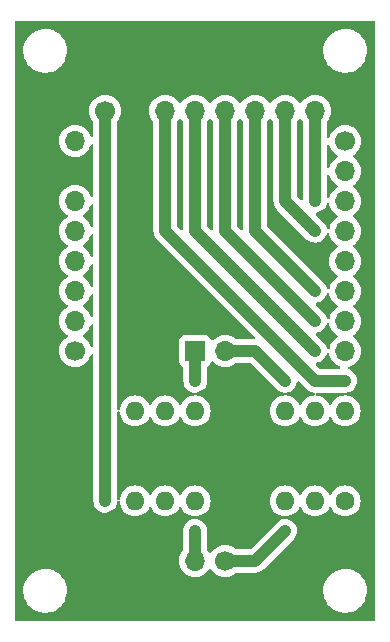
<source format=gbr>
%TF.GenerationSoftware,KiCad,Pcbnew,7.0.8*%
%TF.CreationDate,2023-10-26T02:27:46+02:00*%
%TF.ProjectId,chessbot,63686573-7362-46f7-942e-6b696361645f,rev?*%
%TF.SameCoordinates,Original*%
%TF.FileFunction,Copper,L1,Top*%
%TF.FilePolarity,Positive*%
%FSLAX46Y46*%
G04 Gerber Fmt 4.6, Leading zero omitted, Abs format (unit mm)*
G04 Created by KiCad (PCBNEW 7.0.8) date 2023-10-26 02:27:46*
%MOMM*%
%LPD*%
G01*
G04 APERTURE LIST*
%TA.AperFunction,ComponentPad*%
%ADD10C,1.600000*%
%TD*%
%TA.AperFunction,ComponentPad*%
%ADD11O,1.600000X1.600000*%
%TD*%
%TA.AperFunction,ComponentPad*%
%ADD12C,1.700000*%
%TD*%
%TA.AperFunction,ComponentPad*%
%ADD13O,1.700000X1.700000*%
%TD*%
%TA.AperFunction,ComponentPad*%
%ADD14R,1.700000X1.700000*%
%TD*%
%TA.AperFunction,ViaPad*%
%ADD15C,0.800000*%
%TD*%
%TA.AperFunction,Conductor*%
%ADD16C,1.000000*%
%TD*%
G04 APERTURE END LIST*
D10*
%TO.P,L293D1,1,EN1\u002C2*%
%TO.N,Net-(Conn_ESP2-Pin_4)*%
X40640000Y-53340000D03*
D11*
%TO.P,L293D1,2,1A*%
%TO.N,Net-(Conn_ESP2-Pin_2)*%
X38100000Y-53340000D03*
%TO.P,L293D1,3,1Y*%
%TO.N,Net-(L293D1-1Y)*%
X35560000Y-53340000D03*
%TO.P,L293D1,4,GND*%
%TO.N,GND*%
X33020000Y-53340000D03*
%TO.P,L293D1,5,GND*%
X30480000Y-53340000D03*
%TO.P,L293D1,6,2Y*%
%TO.N,Net-(L293D1-2Y)*%
X27940000Y-53340000D03*
%TO.P,L293D1,7,2A*%
%TO.N,Net-(Conn_ESP2-Pin_3)*%
X25400000Y-53340000D03*
%TO.P,L293D1,8,VCC2*%
%TO.N,Net-(BT-M1-+)*%
X22860000Y-53340000D03*
%TO.P,L293D1,9,EN3\u002C4*%
%TO.N,Net-(Conn_ESP2-Pin_4)*%
X22860000Y-45720000D03*
%TO.P,L293D1,10,3A*%
%TO.N,Net-(Conn_ESP2-Pin_5)*%
X25400000Y-45720000D03*
%TO.P,L293D1,11,3Y*%
%TO.N,Net-(L293D1-3Y)*%
X27940000Y-45720000D03*
%TO.P,L293D1,12,GND*%
%TO.N,GND*%
X30480000Y-45720000D03*
%TO.P,L293D1,13,GND*%
X33020000Y-45720000D03*
%TO.P,L293D1,14,4Y*%
%TO.N,Net-(L293D1-4Y)*%
X35560000Y-45720000D03*
%TO.P,L293D1,15,4A*%
%TO.N,Net-(Conn_ESP2-Pin_6)*%
X38100000Y-45720000D03*
%TO.P,L293D1,16,VCC1*%
%TO.N,Net-(BT-ESP1-+)*%
X40640000Y-45720000D03*
%TD*%
D12*
%TO.P,VCC_Flash1,1,Pin_1*%
%TO.N,Net-(BT-M1-+)*%
X20320000Y-20320000D03*
D13*
%TO.P,VCC_Flash1,2,Pin_2*%
%TO.N,GND*%
X22860000Y-20320000D03*
%TO.P,VCC_Flash1,3,Pin_3*%
%TO.N,Net-(BT-ESP1-+)*%
X25400000Y-20320000D03*
%TO.P,VCC_Flash1,4,Pin_4*%
%TO.N,Net-(Conn_ESP1-Pin_8)*%
X27940000Y-20320000D03*
%TO.P,VCC_Flash1,5,Pin_5*%
%TO.N,Net-(Conn_ESP1-Pin_7)*%
X30480000Y-20320000D03*
%TO.P,VCC_Flash1,6,Pin_6*%
%TO.N,Net-(Conn_ESP1-Pin_6)*%
X33020000Y-20320000D03*
%TO.P,VCC_Flash1,7,Pin_7*%
%TO.N,Net-(Conn_ESP1-Pin_4)*%
X35560000Y-20320000D03*
%TO.P,VCC_Flash1,8,Pin_8*%
%TO.N,Net-(Conn_ESP1-Pin_3)*%
X38100000Y-20320000D03*
%TD*%
D12*
%TO.P,Conn_ESP1,1,Pin_1*%
%TO.N,unconnected-(Conn_ESP1-Pin_1-Pad1)*%
X40640000Y-22890000D03*
D13*
%TO.P,Conn_ESP1,2,Pin_2*%
%TO.N,unconnected-(Conn_ESP1-Pin_2-Pad2)*%
X40640000Y-25430000D03*
%TO.P,Conn_ESP1,3,Pin_3*%
%TO.N,Net-(Conn_ESP1-Pin_3)*%
X40640000Y-27970000D03*
%TO.P,Conn_ESP1,4,Pin_4*%
%TO.N,Net-(Conn_ESP1-Pin_4)*%
X40640000Y-30510000D03*
%TO.P,Conn_ESP1,5,Pin_5*%
%TO.N,unconnected-(Conn_ESP1-Pin_5-Pad5)*%
X40640000Y-33050000D03*
%TO.P,Conn_ESP1,6,Pin_6*%
%TO.N,Net-(Conn_ESP1-Pin_6)*%
X40640000Y-35590000D03*
%TO.P,Conn_ESP1,7,Pin_7*%
%TO.N,Net-(Conn_ESP1-Pin_7)*%
X40640000Y-38130000D03*
%TO.P,Conn_ESP1,8,Pin_8*%
%TO.N,Net-(Conn_ESP1-Pin_8)*%
X40640000Y-40670000D03*
%TD*%
D12*
%TO.P,Conn_ESP2,1,Pin_1*%
%TO.N,unconnected-(Conn_ESP2-Pin_1-Pad1)*%
X17780000Y-40640000D03*
D13*
%TO.P,Conn_ESP2,2,Pin_2*%
%TO.N,Net-(Conn_ESP2-Pin_2)*%
X17780000Y-38100000D03*
%TO.P,Conn_ESP2,3,Pin_3*%
%TO.N,Net-(Conn_ESP2-Pin_3)*%
X17780000Y-35560000D03*
%TO.P,Conn_ESP2,4,Pin_4*%
%TO.N,Net-(Conn_ESP2-Pin_4)*%
X17780000Y-33020000D03*
%TO.P,Conn_ESP2,5,Pin_5*%
%TO.N,Net-(Conn_ESP2-Pin_5)*%
X17780000Y-30480000D03*
%TO.P,Conn_ESP2,6,Pin_6*%
%TO.N,Net-(Conn_ESP2-Pin_6)*%
X17780000Y-27940000D03*
%TO.P,Conn_ESP2,7,Pin_7*%
%TO.N,GND*%
X17780000Y-25400000D03*
%TO.P,Conn_ESP2,8,Pin_8*%
%TO.N,Net-(BT-ESP1-+)*%
X17780000Y-22860000D03*
%TD*%
D14*
%TO.P,M2,1,Pin_1*%
%TO.N,Net-(L293D1-3Y)*%
X27940000Y-40640000D03*
D13*
%TO.P,M2,2,Pin_2*%
%TO.N,Net-(L293D1-4Y)*%
X30480000Y-40640000D03*
%TD*%
D12*
%TO.P,M1,1,Pin_1*%
%TO.N,Net-(L293D1-1Y)*%
X30480000Y-58420000D03*
D13*
%TO.P,M1,2,Pin_2*%
%TO.N,Net-(L293D1-2Y)*%
X27940000Y-58420000D03*
%TD*%
D15*
%TO.N,Net-(BT-ESP1-+)*%
X25400000Y-22860000D03*
%TO.N,Net-(BT-M1-+)*%
X20320000Y-53340000D03*
%TO.N,Net-(Conn_ESP1-Pin_3)*%
X38100000Y-27940000D03*
%TO.N,Net-(Conn_ESP1-Pin_4)*%
X38100000Y-30480000D03*
%TO.N,Net-(Conn_ESP1-Pin_6)*%
X38100000Y-35560000D03*
%TO.N,Net-(Conn_ESP1-Pin_7)*%
X38100000Y-38100000D03*
%TO.N,Net-(Conn_ESP1-Pin_8)*%
X38100000Y-40640000D03*
%TO.N,Net-(BT-ESP1-+)*%
X40640000Y-43180000D03*
%TO.N,Net-(L293D1-4Y)*%
X35560000Y-43180000D03*
%TO.N,Net-(L293D1-1Y)*%
X35560000Y-55880000D03*
%TO.N,Net-(L293D1-2Y)*%
X27940000Y-55880000D03*
%TO.N,Net-(L293D1-3Y)*%
X27940000Y-43180000D03*
%TD*%
D16*
%TO.N,Net-(L293D1-1Y)*%
X30480000Y-58420000D02*
X33020000Y-58420000D01*
%TO.N,Net-(L293D1-2Y)*%
X27940000Y-58420000D02*
X27940000Y-55880000D01*
%TO.N,Net-(L293D1-4Y)*%
X30480000Y-40640000D02*
X33020000Y-40640000D01*
%TO.N,Net-(L293D1-3Y)*%
X27940000Y-43180000D02*
X27940000Y-40640000D01*
%TO.N,Net-(BT-ESP1-+)*%
X38100000Y-43180000D02*
X40640000Y-43180000D01*
X25400000Y-30480000D02*
X38100000Y-43180000D01*
X25400000Y-22860000D02*
X25400000Y-30480000D01*
%TO.N,Net-(Conn_ESP1-Pin_6)*%
X33020000Y-30480000D02*
X33020000Y-20320000D01*
X38100000Y-35560000D02*
X33020000Y-30480000D01*
%TO.N,Net-(Conn_ESP1-Pin_7)*%
X30480000Y-30480000D02*
X30480000Y-20320000D01*
X38100000Y-38100000D02*
X30480000Y-30480000D01*
%TO.N,Net-(Conn_ESP1-Pin_8)*%
X27940000Y-30480000D02*
X27940000Y-20320000D01*
X38100000Y-40640000D02*
X27940000Y-30480000D01*
%TO.N,Net-(L293D1-1Y)*%
X33020000Y-58420000D02*
X35560000Y-55880000D01*
%TO.N,Net-(L293D1-4Y)*%
X33020000Y-40640000D02*
X35560000Y-43180000D01*
%TO.N,Net-(BT-M1-+)*%
X20320000Y-53340000D02*
X20320000Y-20320000D01*
%TO.N,Net-(Conn_ESP1-Pin_3)*%
X38100000Y-20320000D02*
X38100000Y-27940000D01*
%TO.N,Net-(Conn_ESP1-Pin_4)*%
X38100000Y-30480000D02*
X35560000Y-27940000D01*
X35560000Y-27940000D02*
X35560000Y-20320000D01*
%TO.N,Net-(BT-ESP1-+)*%
X25400000Y-22860000D02*
X25400000Y-20320000D01*
%TD*%
%TA.AperFunction,Conductor*%
%TO.N,GND*%
G36*
X43123039Y-12719685D02*
G01*
X43168794Y-12772489D01*
X43180000Y-12824000D01*
X43180000Y-63376000D01*
X43160315Y-63443039D01*
X43107511Y-63488794D01*
X43056000Y-63500000D01*
X12824000Y-63500000D01*
X12756961Y-63480315D01*
X12711206Y-63427511D01*
X12700000Y-63376000D01*
X12700000Y-61027763D01*
X13385787Y-61027763D01*
X13415413Y-61297013D01*
X13415415Y-61297024D01*
X13483926Y-61559082D01*
X13483928Y-61559088D01*
X13589870Y-61808390D01*
X13661998Y-61926575D01*
X13730979Y-62039605D01*
X13730986Y-62039615D01*
X13904253Y-62247819D01*
X13904259Y-62247824D01*
X14105998Y-62428582D01*
X14331910Y-62578044D01*
X14577176Y-62693020D01*
X14577183Y-62693022D01*
X14577185Y-62693023D01*
X14836557Y-62771057D01*
X14836564Y-62771058D01*
X14836569Y-62771060D01*
X15104561Y-62810500D01*
X15104566Y-62810500D01*
X15307636Y-62810500D01*
X15359133Y-62806730D01*
X15510156Y-62795677D01*
X15622758Y-62770593D01*
X15774546Y-62736782D01*
X15774548Y-62736781D01*
X15774553Y-62736780D01*
X16027558Y-62640014D01*
X16263777Y-62507441D01*
X16478177Y-62341888D01*
X16666186Y-62146881D01*
X16823799Y-61926579D01*
X16897787Y-61782669D01*
X16947649Y-61685690D01*
X16947651Y-61685684D01*
X16947656Y-61685675D01*
X17035118Y-61429305D01*
X17084319Y-61162933D01*
X17089259Y-61027763D01*
X38785787Y-61027763D01*
X38815413Y-61297013D01*
X38815415Y-61297024D01*
X38883926Y-61559082D01*
X38883928Y-61559088D01*
X38989870Y-61808390D01*
X39061998Y-61926575D01*
X39130979Y-62039605D01*
X39130986Y-62039615D01*
X39304253Y-62247819D01*
X39304259Y-62247824D01*
X39505998Y-62428582D01*
X39731910Y-62578044D01*
X39977176Y-62693020D01*
X39977183Y-62693022D01*
X39977185Y-62693023D01*
X40236557Y-62771057D01*
X40236564Y-62771058D01*
X40236569Y-62771060D01*
X40504561Y-62810500D01*
X40504566Y-62810500D01*
X40707636Y-62810500D01*
X40759133Y-62806730D01*
X40910156Y-62795677D01*
X41022758Y-62770593D01*
X41174546Y-62736782D01*
X41174548Y-62736781D01*
X41174553Y-62736780D01*
X41427558Y-62640014D01*
X41663777Y-62507441D01*
X41878177Y-62341888D01*
X42066186Y-62146881D01*
X42223799Y-61926579D01*
X42297787Y-61782669D01*
X42347649Y-61685690D01*
X42347651Y-61685684D01*
X42347656Y-61685675D01*
X42435118Y-61429305D01*
X42484319Y-61162933D01*
X42494212Y-60892235D01*
X42464586Y-60622982D01*
X42396072Y-60360912D01*
X42290130Y-60111610D01*
X42149018Y-59880390D01*
X42059747Y-59773119D01*
X41975746Y-59672180D01*
X41975740Y-59672175D01*
X41774002Y-59491418D01*
X41548092Y-59341957D01*
X41517227Y-59327488D01*
X41302824Y-59226980D01*
X41302819Y-59226978D01*
X41302814Y-59226976D01*
X41043442Y-59148942D01*
X41043428Y-59148939D01*
X40927791Y-59131921D01*
X40775439Y-59109500D01*
X40572369Y-59109500D01*
X40572364Y-59109500D01*
X40369844Y-59124323D01*
X40369831Y-59124325D01*
X40105453Y-59183217D01*
X40105446Y-59183220D01*
X39852439Y-59279987D01*
X39616226Y-59412557D01*
X39401822Y-59578112D01*
X39213822Y-59773109D01*
X39213816Y-59773116D01*
X39056202Y-59993419D01*
X39056199Y-59993424D01*
X38932350Y-60234309D01*
X38932343Y-60234327D01*
X38844884Y-60490685D01*
X38844881Y-60490699D01*
X38795681Y-60757068D01*
X38795680Y-60757075D01*
X38785787Y-61027763D01*
X17089259Y-61027763D01*
X17094212Y-60892235D01*
X17064586Y-60622982D01*
X16996072Y-60360912D01*
X16890130Y-60111610D01*
X16749018Y-59880390D01*
X16659747Y-59773119D01*
X16575746Y-59672180D01*
X16575740Y-59672175D01*
X16374002Y-59491418D01*
X16148092Y-59341957D01*
X16117227Y-59327488D01*
X15902824Y-59226980D01*
X15902819Y-59226978D01*
X15902814Y-59226976D01*
X15643442Y-59148942D01*
X15643428Y-59148939D01*
X15527791Y-59131921D01*
X15375439Y-59109500D01*
X15172369Y-59109500D01*
X15172364Y-59109500D01*
X14969844Y-59124323D01*
X14969831Y-59124325D01*
X14705453Y-59183217D01*
X14705446Y-59183220D01*
X14452439Y-59279987D01*
X14216226Y-59412557D01*
X14001822Y-59578112D01*
X13813822Y-59773109D01*
X13813816Y-59773116D01*
X13656202Y-59993419D01*
X13656199Y-59993424D01*
X13532350Y-60234309D01*
X13532343Y-60234327D01*
X13444884Y-60490685D01*
X13444881Y-60490699D01*
X13395681Y-60757068D01*
X13395680Y-60757075D01*
X13385787Y-61027763D01*
X12700000Y-61027763D01*
X12700000Y-58420000D01*
X26584341Y-58420000D01*
X26604936Y-58655403D01*
X26604938Y-58655413D01*
X26666094Y-58883655D01*
X26666096Y-58883659D01*
X26666097Y-58883663D01*
X26670000Y-58892032D01*
X26765965Y-59097830D01*
X26765967Y-59097834D01*
X26850319Y-59218300D01*
X26901505Y-59291401D01*
X27068599Y-59458495D01*
X27115618Y-59491418D01*
X27262165Y-59594032D01*
X27262167Y-59594033D01*
X27262170Y-59594035D01*
X27476337Y-59693903D01*
X27704592Y-59755063D01*
X27892918Y-59771539D01*
X27939999Y-59775659D01*
X27940000Y-59775659D01*
X27940001Y-59775659D01*
X27979234Y-59772226D01*
X28175408Y-59755063D01*
X28403663Y-59693903D01*
X28617830Y-59594035D01*
X28811401Y-59458495D01*
X28978495Y-59291401D01*
X29108425Y-59105842D01*
X29163002Y-59062217D01*
X29232500Y-59055023D01*
X29294855Y-59086546D01*
X29311575Y-59105842D01*
X29441500Y-59291395D01*
X29441505Y-59291401D01*
X29608599Y-59458495D01*
X29655618Y-59491418D01*
X29802165Y-59594032D01*
X29802167Y-59594033D01*
X29802170Y-59594035D01*
X30016337Y-59693903D01*
X30244592Y-59755063D01*
X30432918Y-59771539D01*
X30479999Y-59775659D01*
X30480000Y-59775659D01*
X30480001Y-59775659D01*
X30519234Y-59772226D01*
X30715408Y-59755063D01*
X30943663Y-59693903D01*
X31157830Y-59594035D01*
X31351401Y-59458495D01*
X31353077Y-59456819D01*
X31353995Y-59456317D01*
X31355544Y-59455018D01*
X31355805Y-59455329D01*
X31414400Y-59423334D01*
X31440758Y-59420500D01*
X33007284Y-59420500D01*
X33096358Y-59422757D01*
X33096358Y-59422756D01*
X33096363Y-59422757D01*
X33156753Y-59411932D01*
X33161412Y-59411280D01*
X33203607Y-59406988D01*
X33222438Y-59405074D01*
X33255227Y-59394786D01*
X33262840Y-59392918D01*
X33296653Y-59386858D01*
X33353621Y-59364101D01*
X33358053Y-59362524D01*
X33416588Y-59344159D01*
X33446627Y-59327484D01*
X33453708Y-59324122D01*
X33485617Y-59311377D01*
X33536854Y-59277608D01*
X33540851Y-59275187D01*
X33594502Y-59245409D01*
X33620568Y-59223030D01*
X33626843Y-59218300D01*
X33655519Y-59199402D01*
X33698917Y-59156002D01*
X33702336Y-59152834D01*
X33748895Y-59112866D01*
X33769931Y-59085688D01*
X33775101Y-59079818D01*
X36303340Y-56551581D01*
X36399697Y-56433408D01*
X36493909Y-56253049D01*
X36549886Y-56057418D01*
X36565337Y-55854524D01*
X36539630Y-55652673D01*
X36473816Y-55460128D01*
X36433682Y-55391951D01*
X36370593Y-55284778D01*
X36370592Y-55284777D01*
X36370590Y-55284773D01*
X36234179Y-55133787D01*
X36188979Y-55100596D01*
X36070171Y-55013353D01*
X36070164Y-55013349D01*
X35885274Y-54928397D01*
X35885261Y-54928392D01*
X35687053Y-54882397D01*
X35680814Y-54881603D01*
X35680998Y-54880155D01*
X35621535Y-54861045D01*
X35577134Y-54807098D01*
X35568947Y-54737709D01*
X35599574Y-54674910D01*
X35659291Y-54638638D01*
X35680389Y-54634935D01*
X35786692Y-54625635D01*
X36006496Y-54566739D01*
X36212734Y-54470568D01*
X36399139Y-54340047D01*
X36560047Y-54179139D01*
X36690568Y-53992734D01*
X36717618Y-53934724D01*
X36763790Y-53882285D01*
X36830983Y-53863133D01*
X36897865Y-53883348D01*
X36942382Y-53934725D01*
X36969429Y-53992728D01*
X36969432Y-53992734D01*
X37099954Y-54179141D01*
X37260858Y-54340045D01*
X37307693Y-54372839D01*
X37447266Y-54470568D01*
X37653504Y-54566739D01*
X37873308Y-54625635D01*
X38021933Y-54638638D01*
X38099998Y-54645468D01*
X38100000Y-54645468D01*
X38100002Y-54645468D01*
X38156673Y-54640509D01*
X38326692Y-54625635D01*
X38546496Y-54566739D01*
X38752734Y-54470568D01*
X38939139Y-54340047D01*
X39100047Y-54179139D01*
X39230568Y-53992734D01*
X39257618Y-53934724D01*
X39303790Y-53882285D01*
X39370983Y-53863133D01*
X39437865Y-53883348D01*
X39482382Y-53934725D01*
X39509429Y-53992728D01*
X39509432Y-53992734D01*
X39639954Y-54179141D01*
X39800858Y-54340045D01*
X39847693Y-54372839D01*
X39987266Y-54470568D01*
X40193504Y-54566739D01*
X40413308Y-54625635D01*
X40561933Y-54638638D01*
X40639998Y-54645468D01*
X40640000Y-54645468D01*
X40640002Y-54645468D01*
X40696673Y-54640509D01*
X40866692Y-54625635D01*
X41086496Y-54566739D01*
X41292734Y-54470568D01*
X41479139Y-54340047D01*
X41640047Y-54179139D01*
X41770568Y-53992734D01*
X41866739Y-53786496D01*
X41925635Y-53566692D01*
X41945468Y-53340000D01*
X41925635Y-53113308D01*
X41866739Y-52893504D01*
X41770568Y-52687266D01*
X41640047Y-52500861D01*
X41640045Y-52500858D01*
X41479141Y-52339954D01*
X41292734Y-52209432D01*
X41292732Y-52209431D01*
X41086497Y-52113261D01*
X41086488Y-52113258D01*
X40866697Y-52054366D01*
X40866693Y-52054365D01*
X40866692Y-52054365D01*
X40866691Y-52054364D01*
X40866686Y-52054364D01*
X40640002Y-52034532D01*
X40639998Y-52034532D01*
X40413313Y-52054364D01*
X40413302Y-52054366D01*
X40193511Y-52113258D01*
X40193502Y-52113261D01*
X39987267Y-52209431D01*
X39987265Y-52209432D01*
X39800858Y-52339954D01*
X39639954Y-52500858D01*
X39509432Y-52687265D01*
X39509431Y-52687267D01*
X39482382Y-52745275D01*
X39436209Y-52797714D01*
X39369016Y-52816866D01*
X39302135Y-52796650D01*
X39257618Y-52745275D01*
X39230568Y-52687267D01*
X39230567Y-52687265D01*
X39100045Y-52500858D01*
X38939141Y-52339954D01*
X38752734Y-52209432D01*
X38752732Y-52209431D01*
X38546497Y-52113261D01*
X38546488Y-52113258D01*
X38326697Y-52054366D01*
X38326693Y-52054365D01*
X38326692Y-52054365D01*
X38326691Y-52054364D01*
X38326686Y-52054364D01*
X38100002Y-52034532D01*
X38099998Y-52034532D01*
X37873313Y-52054364D01*
X37873302Y-52054366D01*
X37653511Y-52113258D01*
X37653502Y-52113261D01*
X37447267Y-52209431D01*
X37447265Y-52209432D01*
X37260858Y-52339954D01*
X37099954Y-52500858D01*
X36969432Y-52687265D01*
X36969431Y-52687267D01*
X36942382Y-52745275D01*
X36896209Y-52797714D01*
X36829016Y-52816866D01*
X36762135Y-52796650D01*
X36717618Y-52745275D01*
X36690568Y-52687267D01*
X36690567Y-52687265D01*
X36560045Y-52500858D01*
X36399141Y-52339954D01*
X36212734Y-52209432D01*
X36212732Y-52209431D01*
X36006497Y-52113261D01*
X36006488Y-52113258D01*
X35786697Y-52054366D01*
X35786693Y-52054365D01*
X35786692Y-52054365D01*
X35786691Y-52054364D01*
X35786686Y-52054364D01*
X35560002Y-52034532D01*
X35559998Y-52034532D01*
X35333313Y-52054364D01*
X35333302Y-52054366D01*
X35113511Y-52113258D01*
X35113502Y-52113261D01*
X34907267Y-52209431D01*
X34907265Y-52209432D01*
X34720858Y-52339954D01*
X34559954Y-52500858D01*
X34429432Y-52687265D01*
X34429431Y-52687267D01*
X34333261Y-52893502D01*
X34333258Y-52893511D01*
X34274366Y-53113302D01*
X34274364Y-53113313D01*
X34254532Y-53339998D01*
X34254532Y-53340001D01*
X34274364Y-53566686D01*
X34274366Y-53566697D01*
X34333258Y-53786488D01*
X34333261Y-53786497D01*
X34429431Y-53992732D01*
X34429432Y-53992734D01*
X34559954Y-54179141D01*
X34720858Y-54340045D01*
X34767693Y-54372839D01*
X34907266Y-54470568D01*
X35113504Y-54566739D01*
X35333308Y-54625635D01*
X35449483Y-54635799D01*
X35514549Y-54661250D01*
X35555528Y-54717841D01*
X35559407Y-54787602D01*
X35524954Y-54848387D01*
X35463107Y-54880895D01*
X35460550Y-54881381D01*
X35283351Y-54913140D01*
X35283345Y-54913142D01*
X35094383Y-54988623D01*
X35094371Y-54988629D01*
X34924482Y-55100596D01*
X34924478Y-55100599D01*
X32641899Y-57383181D01*
X32580576Y-57416666D01*
X32554218Y-57419500D01*
X31440758Y-57419500D01*
X31373719Y-57399815D01*
X31353077Y-57383181D01*
X31351402Y-57381506D01*
X31351395Y-57381501D01*
X31157834Y-57245967D01*
X31157830Y-57245965D01*
X31157828Y-57245964D01*
X30943663Y-57146097D01*
X30943659Y-57146096D01*
X30943655Y-57146094D01*
X30715413Y-57084938D01*
X30715403Y-57084936D01*
X30480001Y-57064341D01*
X30479999Y-57064341D01*
X30244596Y-57084936D01*
X30244586Y-57084938D01*
X30016344Y-57146094D01*
X30016335Y-57146098D01*
X29802171Y-57245964D01*
X29802169Y-57245965D01*
X29608597Y-57381505D01*
X29441505Y-57548597D01*
X29311575Y-57734158D01*
X29256998Y-57777783D01*
X29187500Y-57784977D01*
X29125145Y-57753454D01*
X29108425Y-57734158D01*
X28978494Y-57548597D01*
X28976819Y-57546922D01*
X28976315Y-57546000D01*
X28975014Y-57544449D01*
X28975325Y-57544187D01*
X28943334Y-57485599D01*
X28940500Y-57459241D01*
X28940500Y-55829256D01*
X28925074Y-55677560D01*
X28864162Y-55483420D01*
X28864160Y-55483416D01*
X28864159Y-55483412D01*
X28765409Y-55305498D01*
X28765408Y-55305497D01*
X28765407Y-55305495D01*
X28632867Y-55151106D01*
X28632865Y-55151104D01*
X28471962Y-55026554D01*
X28471959Y-55026553D01*
X28471958Y-55026552D01*
X28289271Y-54936940D01*
X28092285Y-54885937D01*
X28092287Y-54885937D01*
X28048668Y-54883725D01*
X27982712Y-54860669D01*
X27939691Y-54805615D01*
X27939223Y-54800552D01*
X27911771Y-54848984D01*
X27849925Y-54881492D01*
X27844269Y-54882493D01*
X27687936Y-54906442D01*
X27687924Y-54906445D01*
X27497118Y-54977111D01*
X27497111Y-54977115D01*
X27324432Y-55084745D01*
X27324427Y-55084749D01*
X27176949Y-55224938D01*
X27176948Y-55224940D01*
X27060705Y-55391949D01*
X26980459Y-55578943D01*
X26939500Y-55778258D01*
X26939500Y-57459241D01*
X26919815Y-57526280D01*
X26903181Y-57546922D01*
X26901505Y-57548597D01*
X26765965Y-57742169D01*
X26765964Y-57742171D01*
X26666098Y-57956335D01*
X26666094Y-57956344D01*
X26604938Y-58184586D01*
X26604936Y-58184596D01*
X26584341Y-58419999D01*
X26584341Y-58420000D01*
X12700000Y-58420000D01*
X12700000Y-40640000D01*
X16424341Y-40640000D01*
X16444936Y-40875403D01*
X16444938Y-40875413D01*
X16506094Y-41103655D01*
X16506096Y-41103659D01*
X16506097Y-41103663D01*
X16527785Y-41150172D01*
X16605965Y-41317830D01*
X16605967Y-41317834D01*
X16698925Y-41450590D01*
X16741505Y-41511401D01*
X16908599Y-41678495D01*
X17005384Y-41746265D01*
X17102165Y-41814032D01*
X17102167Y-41814033D01*
X17102170Y-41814035D01*
X17316337Y-41913903D01*
X17544592Y-41975063D01*
X17707204Y-41989290D01*
X17779999Y-41995659D01*
X17780000Y-41995659D01*
X17780001Y-41995659D01*
X17819234Y-41992226D01*
X18015408Y-41975063D01*
X18243663Y-41913903D01*
X18457830Y-41814035D01*
X18651401Y-41678495D01*
X18818495Y-41511401D01*
X18954035Y-41317830D01*
X19053903Y-41103663D01*
X19075725Y-41022220D01*
X19112089Y-40962561D01*
X19174936Y-40932031D01*
X19244312Y-40940325D01*
X19298190Y-40984810D01*
X19319465Y-41051362D01*
X19319500Y-41054314D01*
X19319500Y-53390743D01*
X19334925Y-53542439D01*
X19395837Y-53736579D01*
X19395844Y-53736594D01*
X19494589Y-53914499D01*
X19494592Y-53914504D01*
X19627132Y-54068893D01*
X19627134Y-54068895D01*
X19788037Y-54193445D01*
X19788038Y-54193445D01*
X19788042Y-54193448D01*
X19970729Y-54283060D01*
X20167715Y-54334063D01*
X20370936Y-54344369D01*
X20572071Y-54313556D01*
X20762887Y-54242886D01*
X20935571Y-54135252D01*
X21083053Y-53995059D01*
X21199295Y-53828049D01*
X21279540Y-53641058D01*
X21319926Y-53444534D01*
X21352701Y-53382831D01*
X21413635Y-53348642D01*
X21483379Y-53352823D01*
X21539791Y-53394047D01*
X21564915Y-53458688D01*
X21574364Y-53566687D01*
X21574366Y-53566697D01*
X21633258Y-53786488D01*
X21633261Y-53786497D01*
X21729431Y-53992732D01*
X21729432Y-53992734D01*
X21859954Y-54179141D01*
X22020858Y-54340045D01*
X22067693Y-54372839D01*
X22207266Y-54470568D01*
X22413504Y-54566739D01*
X22633308Y-54625635D01*
X22781933Y-54638638D01*
X22859998Y-54645468D01*
X22860000Y-54645468D01*
X22860002Y-54645468D01*
X22916673Y-54640509D01*
X23086692Y-54625635D01*
X23306496Y-54566739D01*
X23512734Y-54470568D01*
X23699139Y-54340047D01*
X23860047Y-54179139D01*
X23990568Y-53992734D01*
X24017618Y-53934724D01*
X24063790Y-53882285D01*
X24130983Y-53863133D01*
X24197865Y-53883348D01*
X24242382Y-53934725D01*
X24269429Y-53992728D01*
X24269432Y-53992734D01*
X24399954Y-54179141D01*
X24560858Y-54340045D01*
X24607693Y-54372839D01*
X24747266Y-54470568D01*
X24953504Y-54566739D01*
X25173308Y-54625635D01*
X25321933Y-54638638D01*
X25399998Y-54645468D01*
X25400000Y-54645468D01*
X25400002Y-54645468D01*
X25456673Y-54640509D01*
X25626692Y-54625635D01*
X25846496Y-54566739D01*
X26052734Y-54470568D01*
X26239139Y-54340047D01*
X26400047Y-54179139D01*
X26530568Y-53992734D01*
X26557618Y-53934724D01*
X26603790Y-53882285D01*
X26670983Y-53863133D01*
X26737865Y-53883348D01*
X26782382Y-53934725D01*
X26809429Y-53992728D01*
X26809432Y-53992734D01*
X26939954Y-54179141D01*
X27100858Y-54340045D01*
X27147693Y-54372839D01*
X27287266Y-54470568D01*
X27493504Y-54566739D01*
X27713308Y-54625635D01*
X27836300Y-54636395D01*
X27901368Y-54661847D01*
X27942347Y-54718438D01*
X27942352Y-54718544D01*
X27965471Y-54674038D01*
X28026087Y-54639290D01*
X28044134Y-54636357D01*
X28166692Y-54625635D01*
X28386496Y-54566739D01*
X28592734Y-54470568D01*
X28779139Y-54340047D01*
X28940047Y-54179139D01*
X29070568Y-53992734D01*
X29166739Y-53786496D01*
X29225635Y-53566692D01*
X29245468Y-53340000D01*
X29225635Y-53113308D01*
X29166739Y-52893504D01*
X29070568Y-52687266D01*
X28940047Y-52500861D01*
X28940045Y-52500858D01*
X28779141Y-52339954D01*
X28592734Y-52209432D01*
X28592732Y-52209431D01*
X28386497Y-52113261D01*
X28386488Y-52113258D01*
X28166697Y-52054366D01*
X28166693Y-52054365D01*
X28166692Y-52054365D01*
X28166691Y-52054364D01*
X28166686Y-52054364D01*
X27940002Y-52034532D01*
X27939998Y-52034532D01*
X27713313Y-52054364D01*
X27713302Y-52054366D01*
X27493511Y-52113258D01*
X27493502Y-52113261D01*
X27287267Y-52209431D01*
X27287265Y-52209432D01*
X27100858Y-52339954D01*
X26939954Y-52500858D01*
X26809432Y-52687265D01*
X26809431Y-52687267D01*
X26782382Y-52745275D01*
X26736209Y-52797714D01*
X26669016Y-52816866D01*
X26602135Y-52796650D01*
X26557618Y-52745275D01*
X26530568Y-52687267D01*
X26530567Y-52687265D01*
X26400045Y-52500858D01*
X26239141Y-52339954D01*
X26052734Y-52209432D01*
X26052732Y-52209431D01*
X25846497Y-52113261D01*
X25846488Y-52113258D01*
X25626697Y-52054366D01*
X25626693Y-52054365D01*
X25626692Y-52054365D01*
X25626691Y-52054364D01*
X25626686Y-52054364D01*
X25400002Y-52034532D01*
X25399998Y-52034532D01*
X25173313Y-52054364D01*
X25173302Y-52054366D01*
X24953511Y-52113258D01*
X24953502Y-52113261D01*
X24747267Y-52209431D01*
X24747265Y-52209432D01*
X24560858Y-52339954D01*
X24399954Y-52500858D01*
X24269432Y-52687265D01*
X24269431Y-52687267D01*
X24242382Y-52745275D01*
X24196209Y-52797714D01*
X24129016Y-52816866D01*
X24062135Y-52796650D01*
X24017618Y-52745275D01*
X23990568Y-52687267D01*
X23990567Y-52687265D01*
X23860045Y-52500858D01*
X23699141Y-52339954D01*
X23512734Y-52209432D01*
X23512732Y-52209431D01*
X23306497Y-52113261D01*
X23306488Y-52113258D01*
X23086697Y-52054366D01*
X23086693Y-52054365D01*
X23086692Y-52054365D01*
X23086691Y-52054364D01*
X23086686Y-52054364D01*
X22860002Y-52034532D01*
X22859998Y-52034532D01*
X22633313Y-52054364D01*
X22633302Y-52054366D01*
X22413511Y-52113258D01*
X22413502Y-52113261D01*
X22207267Y-52209431D01*
X22207265Y-52209432D01*
X22020858Y-52339954D01*
X21859954Y-52500858D01*
X21729432Y-52687265D01*
X21729431Y-52687267D01*
X21633261Y-52893502D01*
X21633258Y-52893511D01*
X21574366Y-53113302D01*
X21574364Y-53113313D01*
X21568028Y-53185740D01*
X21542576Y-53250809D01*
X21485985Y-53291788D01*
X21416223Y-53295666D01*
X21355439Y-53261212D01*
X21322931Y-53199365D01*
X21320500Y-53174933D01*
X21320500Y-45885066D01*
X21340185Y-45818027D01*
X21392989Y-45772272D01*
X21462147Y-45762328D01*
X21525703Y-45791353D01*
X21563477Y-45850131D01*
X21568028Y-45874259D01*
X21574364Y-45946686D01*
X21574366Y-45946697D01*
X21633258Y-46166488D01*
X21633261Y-46166497D01*
X21729431Y-46372732D01*
X21729432Y-46372734D01*
X21859954Y-46559141D01*
X22020858Y-46720045D01*
X22020861Y-46720047D01*
X22207266Y-46850568D01*
X22413504Y-46946739D01*
X22633308Y-47005635D01*
X22795230Y-47019801D01*
X22859998Y-47025468D01*
X22860000Y-47025468D01*
X22860002Y-47025468D01*
X22916673Y-47020509D01*
X23086692Y-47005635D01*
X23306496Y-46946739D01*
X23512734Y-46850568D01*
X23699139Y-46720047D01*
X23860047Y-46559139D01*
X23990568Y-46372734D01*
X24017618Y-46314724D01*
X24063790Y-46262285D01*
X24130983Y-46243133D01*
X24197865Y-46263348D01*
X24242382Y-46314725D01*
X24269429Y-46372728D01*
X24269432Y-46372734D01*
X24399954Y-46559141D01*
X24560858Y-46720045D01*
X24560861Y-46720047D01*
X24747266Y-46850568D01*
X24953504Y-46946739D01*
X25173308Y-47005635D01*
X25335230Y-47019801D01*
X25399998Y-47025468D01*
X25400000Y-47025468D01*
X25400002Y-47025468D01*
X25456673Y-47020509D01*
X25626692Y-47005635D01*
X25846496Y-46946739D01*
X26052734Y-46850568D01*
X26239139Y-46720047D01*
X26400047Y-46559139D01*
X26530568Y-46372734D01*
X26557618Y-46314724D01*
X26603790Y-46262285D01*
X26670983Y-46243133D01*
X26737865Y-46263348D01*
X26782382Y-46314725D01*
X26809429Y-46372728D01*
X26809432Y-46372734D01*
X26939954Y-46559141D01*
X27100858Y-46720045D01*
X27100861Y-46720047D01*
X27287266Y-46850568D01*
X27493504Y-46946739D01*
X27713308Y-47005635D01*
X27875230Y-47019801D01*
X27939998Y-47025468D01*
X27940000Y-47025468D01*
X27940002Y-47025468D01*
X27996673Y-47020509D01*
X28166692Y-47005635D01*
X28386496Y-46946739D01*
X28592734Y-46850568D01*
X28779139Y-46720047D01*
X28940047Y-46559139D01*
X29070568Y-46372734D01*
X29166739Y-46166496D01*
X29225635Y-45946692D01*
X29245468Y-45720000D01*
X29225635Y-45493308D01*
X29166739Y-45273504D01*
X29070568Y-45067266D01*
X28940047Y-44880861D01*
X28940045Y-44880858D01*
X28779141Y-44719954D01*
X28592734Y-44589432D01*
X28592732Y-44589431D01*
X28386497Y-44493261D01*
X28386488Y-44493258D01*
X28166697Y-44434366D01*
X28166687Y-44434364D01*
X28043699Y-44423604D01*
X27978630Y-44398151D01*
X27937652Y-44341560D01*
X27937646Y-44341454D01*
X27914529Y-44385959D01*
X27853914Y-44420709D01*
X27835857Y-44423643D01*
X27713312Y-44434364D01*
X27713302Y-44434366D01*
X27493511Y-44493258D01*
X27493502Y-44493261D01*
X27287267Y-44589431D01*
X27287265Y-44589432D01*
X27100858Y-44719954D01*
X26939954Y-44880858D01*
X26809432Y-45067265D01*
X26809431Y-45067267D01*
X26782382Y-45125275D01*
X26736209Y-45177714D01*
X26669016Y-45196866D01*
X26602135Y-45176650D01*
X26557618Y-45125275D01*
X26530568Y-45067267D01*
X26530567Y-45067265D01*
X26400045Y-44880858D01*
X26239141Y-44719954D01*
X26052734Y-44589432D01*
X26052732Y-44589431D01*
X25846497Y-44493261D01*
X25846488Y-44493258D01*
X25626697Y-44434366D01*
X25626693Y-44434365D01*
X25626692Y-44434365D01*
X25626691Y-44434364D01*
X25626686Y-44434364D01*
X25400002Y-44414532D01*
X25399998Y-44414532D01*
X25173313Y-44434364D01*
X25173302Y-44434366D01*
X24953511Y-44493258D01*
X24953502Y-44493261D01*
X24747267Y-44589431D01*
X24747265Y-44589432D01*
X24560858Y-44719954D01*
X24399954Y-44880858D01*
X24269432Y-45067265D01*
X24269431Y-45067267D01*
X24242382Y-45125275D01*
X24196209Y-45177714D01*
X24129016Y-45196866D01*
X24062135Y-45176650D01*
X24017618Y-45125275D01*
X23990568Y-45067267D01*
X23990567Y-45067265D01*
X23860045Y-44880858D01*
X23699141Y-44719954D01*
X23512734Y-44589432D01*
X23512732Y-44589431D01*
X23306497Y-44493261D01*
X23306488Y-44493258D01*
X23086697Y-44434366D01*
X23086693Y-44434365D01*
X23086692Y-44434365D01*
X23086691Y-44434364D01*
X23086686Y-44434364D01*
X22860002Y-44414532D01*
X22859998Y-44414532D01*
X22633313Y-44434364D01*
X22633302Y-44434366D01*
X22413511Y-44493258D01*
X22413502Y-44493261D01*
X22207267Y-44589431D01*
X22207265Y-44589432D01*
X22020858Y-44719954D01*
X21859954Y-44880858D01*
X21729432Y-45067265D01*
X21729431Y-45067267D01*
X21633261Y-45273502D01*
X21633258Y-45273511D01*
X21574366Y-45493302D01*
X21574364Y-45493313D01*
X21568028Y-45565740D01*
X21542576Y-45630809D01*
X21485985Y-45671788D01*
X21416223Y-45675666D01*
X21355439Y-45641212D01*
X21322931Y-45579365D01*
X21320500Y-45554933D01*
X21320500Y-21280758D01*
X21340185Y-21213719D01*
X21356819Y-21193077D01*
X21358495Y-21191401D01*
X21494035Y-20997830D01*
X21593903Y-20783663D01*
X21655063Y-20555408D01*
X21675659Y-20320000D01*
X24044341Y-20320000D01*
X24064936Y-20555403D01*
X24064938Y-20555413D01*
X24126094Y-20783655D01*
X24126096Y-20783659D01*
X24126097Y-20783663D01*
X24130000Y-20792032D01*
X24225965Y-20997830D01*
X24225967Y-20997834D01*
X24334281Y-21152521D01*
X24361501Y-21191396D01*
X24361506Y-21191402D01*
X24363181Y-21193077D01*
X24363682Y-21193995D01*
X24364982Y-21195544D01*
X24364670Y-21195805D01*
X24396666Y-21254400D01*
X24399500Y-21280758D01*
X24399500Y-30467283D01*
X24397243Y-30556362D01*
X24397243Y-30556370D01*
X24408064Y-30616739D01*
X24408718Y-30621404D01*
X24414925Y-30682430D01*
X24414927Y-30682444D01*
X24425208Y-30715213D01*
X24427079Y-30722837D01*
X24433142Y-30756652D01*
X24433142Y-30756655D01*
X24448710Y-30795629D01*
X24451479Y-30802561D01*
X24455894Y-30813612D01*
X24457474Y-30818051D01*
X24475841Y-30876588D01*
X24475844Y-30876595D01*
X24492509Y-30906619D01*
X24495879Y-30913714D01*
X24507842Y-30943663D01*
X24508622Y-30945614D01*
X24508627Y-30945624D01*
X24527107Y-30973664D01*
X24537983Y-30990167D01*
X24542377Y-30996833D01*
X24544818Y-31000863D01*
X24574588Y-31054498D01*
X24574589Y-31054499D01*
X24574591Y-31054502D01*
X24596968Y-31080567D01*
X24601693Y-31086835D01*
X24614263Y-31105906D01*
X24620598Y-31115519D01*
X24663978Y-31158899D01*
X24667169Y-31162343D01*
X24707131Y-31208892D01*
X24707130Y-31208892D01*
X24734299Y-31229923D01*
X24740186Y-31235107D01*
X28988717Y-35483637D01*
X32932899Y-39427819D01*
X32966384Y-39489142D01*
X32961400Y-39558834D01*
X32919528Y-39614767D01*
X32854064Y-39639184D01*
X32845218Y-39639500D01*
X31440758Y-39639500D01*
X31373719Y-39619815D01*
X31353077Y-39603181D01*
X31351402Y-39601506D01*
X31351395Y-39601501D01*
X31157834Y-39465967D01*
X31157830Y-39465965D01*
X31157828Y-39465964D01*
X30943663Y-39366097D01*
X30943659Y-39366096D01*
X30943655Y-39366094D01*
X30715413Y-39304938D01*
X30715403Y-39304936D01*
X30480001Y-39284341D01*
X30479999Y-39284341D01*
X30244596Y-39304936D01*
X30244586Y-39304938D01*
X30016344Y-39366094D01*
X30016335Y-39366098D01*
X29802171Y-39465964D01*
X29802169Y-39465965D01*
X29608600Y-39601503D01*
X29486673Y-39723430D01*
X29425350Y-39756914D01*
X29355658Y-39751930D01*
X29299725Y-39710058D01*
X29282810Y-39679081D01*
X29233797Y-39547671D01*
X29233793Y-39547664D01*
X29147547Y-39432455D01*
X29147544Y-39432452D01*
X29032335Y-39346206D01*
X29032328Y-39346202D01*
X28897482Y-39295908D01*
X28897483Y-39295908D01*
X28837883Y-39289501D01*
X28837881Y-39289500D01*
X28837873Y-39289500D01*
X28837864Y-39289500D01*
X27042129Y-39289500D01*
X27042123Y-39289501D01*
X26982516Y-39295908D01*
X26847671Y-39346202D01*
X26847664Y-39346206D01*
X26732455Y-39432452D01*
X26732452Y-39432455D01*
X26646206Y-39547664D01*
X26646202Y-39547671D01*
X26595908Y-39682517D01*
X26589501Y-39742116D01*
X26589500Y-39742135D01*
X26589500Y-41537870D01*
X26589501Y-41537876D01*
X26595908Y-41597483D01*
X26646202Y-41732328D01*
X26646206Y-41732335D01*
X26732452Y-41847544D01*
X26732455Y-41847547D01*
X26847665Y-41933794D01*
X26847667Y-41933794D01*
X26847669Y-41933796D01*
X26858830Y-41937958D01*
X26914764Y-41979826D01*
X26939184Y-42045289D01*
X26939500Y-42054141D01*
X26939500Y-43230743D01*
X26954925Y-43382439D01*
X27015837Y-43576579D01*
X27015844Y-43576594D01*
X27114589Y-43754499D01*
X27114592Y-43754504D01*
X27247132Y-43908893D01*
X27247134Y-43908895D01*
X27408037Y-44033445D01*
X27408038Y-44033445D01*
X27408042Y-44033448D01*
X27590729Y-44123060D01*
X27787715Y-44174063D01*
X27831331Y-44176274D01*
X27897285Y-44199328D01*
X27940307Y-44254382D01*
X27940775Y-44259446D01*
X27968228Y-44211014D01*
X28030075Y-44178507D01*
X28035705Y-44177510D01*
X28192071Y-44153556D01*
X28382887Y-44082886D01*
X28555571Y-43975252D01*
X28703053Y-43835059D01*
X28819295Y-43668049D01*
X28899540Y-43481058D01*
X28940500Y-43281741D01*
X28940500Y-42054141D01*
X28960185Y-41987102D01*
X29012989Y-41941347D01*
X29021149Y-41937966D01*
X29032331Y-41933796D01*
X29147546Y-41847546D01*
X29233796Y-41732331D01*
X29282810Y-41600916D01*
X29324681Y-41544984D01*
X29390145Y-41520566D01*
X29458418Y-41535417D01*
X29486673Y-41556569D01*
X29608599Y-41678495D01*
X29705384Y-41746265D01*
X29802165Y-41814032D01*
X29802167Y-41814033D01*
X29802170Y-41814035D01*
X30016337Y-41913903D01*
X30244592Y-41975063D01*
X30407204Y-41989290D01*
X30479999Y-41995659D01*
X30480000Y-41995659D01*
X30480001Y-41995659D01*
X30519234Y-41992226D01*
X30715408Y-41975063D01*
X30943663Y-41913903D01*
X31157830Y-41814035D01*
X31351401Y-41678495D01*
X31353077Y-41676819D01*
X31353995Y-41676317D01*
X31355544Y-41675018D01*
X31355805Y-41675329D01*
X31414400Y-41643334D01*
X31440758Y-41640500D01*
X32554217Y-41640500D01*
X32621256Y-41660185D01*
X32641898Y-41676819D01*
X34888419Y-43923340D01*
X35006592Y-44019697D01*
X35186951Y-44113909D01*
X35382582Y-44169886D01*
X35461268Y-44175878D01*
X35526619Y-44200597D01*
X35561900Y-44248183D01*
X35583217Y-44210576D01*
X35645064Y-44178069D01*
X35653830Y-44176632D01*
X35787320Y-44159631D01*
X35787320Y-44159630D01*
X35787327Y-44159630D01*
X35979872Y-44093816D01*
X36155227Y-43990590D01*
X36306213Y-43854179D01*
X36426649Y-43690167D01*
X36511605Y-43505268D01*
X36555042Y-43318083D01*
X36589371Y-43257230D01*
X36651151Y-43224595D01*
X36720767Y-43230542D01*
X36763513Y-43258433D01*
X37383547Y-43878467D01*
X37444941Y-43943053D01*
X37444944Y-43943055D01*
X37444947Y-43943058D01*
X37479053Y-43966795D01*
X37495303Y-43978106D01*
X37499044Y-43980926D01*
X37546593Y-44019698D01*
X37577045Y-44035604D01*
X37583756Y-44039671D01*
X37611951Y-44059295D01*
X37668332Y-44083490D01*
X37672567Y-44085501D01*
X37726951Y-44113909D01*
X37759973Y-44123356D01*
X37767365Y-44125989D01*
X37798940Y-44139539D01*
X37798941Y-44139540D01*
X37812054Y-44142234D01*
X37859055Y-44151892D01*
X37863595Y-44153006D01*
X37922582Y-44169886D01*
X37956839Y-44172494D01*
X37964603Y-44173583D01*
X37995464Y-44179925D01*
X38057168Y-44212700D01*
X38091358Y-44273633D01*
X38087178Y-44343378D01*
X38045954Y-44399790D01*
X37981312Y-44424915D01*
X37873312Y-44434364D01*
X37873302Y-44434366D01*
X37653511Y-44493258D01*
X37653502Y-44493261D01*
X37447267Y-44589431D01*
X37447265Y-44589432D01*
X37260858Y-44719954D01*
X37099954Y-44880858D01*
X36969432Y-45067265D01*
X36969431Y-45067267D01*
X36942382Y-45125275D01*
X36896209Y-45177714D01*
X36829016Y-45196866D01*
X36762135Y-45176650D01*
X36717618Y-45125275D01*
X36690568Y-45067267D01*
X36690567Y-45067265D01*
X36560045Y-44880858D01*
X36399141Y-44719954D01*
X36212734Y-44589432D01*
X36212732Y-44589431D01*
X36006497Y-44493261D01*
X36006488Y-44493258D01*
X35786697Y-44434366D01*
X35786687Y-44434364D01*
X35658688Y-44423166D01*
X35593620Y-44397713D01*
X35559533Y-44350640D01*
X35539128Y-44387605D01*
X35477651Y-44420806D01*
X35462660Y-44423048D01*
X35333312Y-44434364D01*
X35333302Y-44434366D01*
X35113511Y-44493258D01*
X35113502Y-44493261D01*
X34907267Y-44589431D01*
X34907265Y-44589432D01*
X34720858Y-44719954D01*
X34559954Y-44880858D01*
X34429432Y-45067265D01*
X34429431Y-45067267D01*
X34333261Y-45273502D01*
X34333258Y-45273511D01*
X34274366Y-45493302D01*
X34274364Y-45493313D01*
X34254532Y-45719998D01*
X34254532Y-45720001D01*
X34274364Y-45946686D01*
X34274366Y-45946697D01*
X34333258Y-46166488D01*
X34333261Y-46166497D01*
X34429431Y-46372732D01*
X34429432Y-46372734D01*
X34559954Y-46559141D01*
X34720858Y-46720045D01*
X34720861Y-46720047D01*
X34907266Y-46850568D01*
X35113504Y-46946739D01*
X35333308Y-47005635D01*
X35495230Y-47019801D01*
X35559998Y-47025468D01*
X35560000Y-47025468D01*
X35560002Y-47025468D01*
X35616673Y-47020509D01*
X35786692Y-47005635D01*
X36006496Y-46946739D01*
X36212734Y-46850568D01*
X36399139Y-46720047D01*
X36560047Y-46559139D01*
X36690568Y-46372734D01*
X36717618Y-46314724D01*
X36763790Y-46262285D01*
X36830983Y-46243133D01*
X36897865Y-46263348D01*
X36942382Y-46314725D01*
X36969429Y-46372728D01*
X36969432Y-46372734D01*
X37099954Y-46559141D01*
X37260858Y-46720045D01*
X37260861Y-46720047D01*
X37447266Y-46850568D01*
X37653504Y-46946739D01*
X37873308Y-47005635D01*
X38035230Y-47019801D01*
X38099998Y-47025468D01*
X38100000Y-47025468D01*
X38100002Y-47025468D01*
X38156673Y-47020509D01*
X38326692Y-47005635D01*
X38546496Y-46946739D01*
X38752734Y-46850568D01*
X38939139Y-46720047D01*
X39100047Y-46559139D01*
X39230568Y-46372734D01*
X39257618Y-46314724D01*
X39303790Y-46262285D01*
X39370983Y-46243133D01*
X39437865Y-46263348D01*
X39482382Y-46314725D01*
X39509429Y-46372728D01*
X39509432Y-46372734D01*
X39639954Y-46559141D01*
X39800858Y-46720045D01*
X39800861Y-46720047D01*
X39987266Y-46850568D01*
X40193504Y-46946739D01*
X40413308Y-47005635D01*
X40575230Y-47019801D01*
X40639998Y-47025468D01*
X40640000Y-47025468D01*
X40640002Y-47025468D01*
X40696673Y-47020509D01*
X40866692Y-47005635D01*
X41086496Y-46946739D01*
X41292734Y-46850568D01*
X41479139Y-46720047D01*
X41640047Y-46559139D01*
X41770568Y-46372734D01*
X41866739Y-46166496D01*
X41925635Y-45946692D01*
X41945468Y-45720000D01*
X41925635Y-45493308D01*
X41866739Y-45273504D01*
X41770568Y-45067266D01*
X41640047Y-44880861D01*
X41640045Y-44880858D01*
X41479141Y-44719954D01*
X41292734Y-44589432D01*
X41292732Y-44589431D01*
X41086497Y-44493261D01*
X41086488Y-44493258D01*
X40866697Y-44434366D01*
X40866687Y-44434364D01*
X40736187Y-44422947D01*
X40671119Y-44397494D01*
X40630140Y-44340903D01*
X40626262Y-44271141D01*
X40660716Y-44210357D01*
X40722563Y-44177850D01*
X40734446Y-44176055D01*
X40808520Y-44168523D01*
X40842439Y-44165074D01*
X41036579Y-44104162D01*
X41036580Y-44104161D01*
X41036588Y-44104159D01*
X41214502Y-44005409D01*
X41368895Y-43872866D01*
X41493448Y-43711958D01*
X41583060Y-43529271D01*
X41634063Y-43332285D01*
X41644369Y-43129064D01*
X41613556Y-42927929D01*
X41542886Y-42737113D01*
X41435252Y-42564429D01*
X41295059Y-42416947D01*
X41128049Y-42300705D01*
X40941058Y-42220460D01*
X40941057Y-42220459D01*
X40935656Y-42218142D01*
X40881813Y-42173615D01*
X40860590Y-42107046D01*
X40878726Y-42039571D01*
X40930462Y-41992613D01*
X40952462Y-41984416D01*
X41103663Y-41943903D01*
X41317830Y-41844035D01*
X41511401Y-41708495D01*
X41678495Y-41541401D01*
X41814035Y-41347830D01*
X41913903Y-41133663D01*
X41975063Y-40905408D01*
X41995659Y-40670000D01*
X41975063Y-40434592D01*
X41913903Y-40206337D01*
X41814035Y-39992171D01*
X41793028Y-39962169D01*
X41678494Y-39798597D01*
X41511402Y-39631506D01*
X41511396Y-39631501D01*
X41325842Y-39501575D01*
X41282217Y-39446998D01*
X41275023Y-39377500D01*
X41306546Y-39315145D01*
X41325842Y-39298425D01*
X41368686Y-39268425D01*
X41511401Y-39168495D01*
X41678495Y-39001401D01*
X41814035Y-38807830D01*
X41913903Y-38593663D01*
X41975063Y-38365408D01*
X41995659Y-38130000D01*
X41975063Y-37894592D01*
X41913903Y-37666337D01*
X41814035Y-37452171D01*
X41793028Y-37422169D01*
X41678494Y-37258597D01*
X41511402Y-37091506D01*
X41511396Y-37091501D01*
X41325842Y-36961575D01*
X41282217Y-36906998D01*
X41275023Y-36837500D01*
X41306546Y-36775145D01*
X41325842Y-36758425D01*
X41368686Y-36728425D01*
X41511401Y-36628495D01*
X41678495Y-36461401D01*
X41814035Y-36267830D01*
X41913903Y-36053663D01*
X41975063Y-35825408D01*
X41995659Y-35590000D01*
X41975063Y-35354592D01*
X41913903Y-35126337D01*
X41814035Y-34912171D01*
X41793028Y-34882169D01*
X41678494Y-34718597D01*
X41511402Y-34551506D01*
X41511396Y-34551501D01*
X41325842Y-34421575D01*
X41282217Y-34366998D01*
X41275023Y-34297500D01*
X41306546Y-34235145D01*
X41325842Y-34218425D01*
X41368686Y-34188425D01*
X41511401Y-34088495D01*
X41678495Y-33921401D01*
X41814035Y-33727830D01*
X41913903Y-33513663D01*
X41975063Y-33285408D01*
X41995659Y-33050000D01*
X41975063Y-32814592D01*
X41913903Y-32586337D01*
X41814035Y-32372171D01*
X41793028Y-32342169D01*
X41678494Y-32178597D01*
X41511402Y-32011506D01*
X41511396Y-32011501D01*
X41325842Y-31881575D01*
X41282217Y-31826998D01*
X41275023Y-31757500D01*
X41306546Y-31695145D01*
X41325842Y-31678425D01*
X41368686Y-31648425D01*
X41511401Y-31548495D01*
X41678495Y-31381401D01*
X41814035Y-31187830D01*
X41913903Y-30973663D01*
X41975063Y-30745408D01*
X41995659Y-30510000D01*
X41975063Y-30274592D01*
X41913903Y-30046337D01*
X41814035Y-29832171D01*
X41793028Y-29802169D01*
X41678494Y-29638597D01*
X41511402Y-29471506D01*
X41511396Y-29471501D01*
X41325842Y-29341575D01*
X41282217Y-29286998D01*
X41275023Y-29217500D01*
X41306546Y-29155145D01*
X41325842Y-29138425D01*
X41410688Y-29079015D01*
X41511401Y-29008495D01*
X41678495Y-28841401D01*
X41814035Y-28647830D01*
X41913903Y-28433663D01*
X41975063Y-28205408D01*
X41995659Y-27970000D01*
X41975063Y-27734592D01*
X41913903Y-27506337D01*
X41814035Y-27292171D01*
X41793028Y-27262169D01*
X41678494Y-27098597D01*
X41511402Y-26931506D01*
X41511396Y-26931501D01*
X41325842Y-26801575D01*
X41282217Y-26746998D01*
X41275023Y-26677500D01*
X41306546Y-26615145D01*
X41325842Y-26598425D01*
X41348026Y-26582891D01*
X41511401Y-26468495D01*
X41678495Y-26301401D01*
X41814035Y-26107830D01*
X41913903Y-25893663D01*
X41975063Y-25665408D01*
X41995659Y-25430000D01*
X41975063Y-25194592D01*
X41913903Y-24966337D01*
X41814035Y-24752171D01*
X41678495Y-24558599D01*
X41678494Y-24558597D01*
X41511402Y-24391506D01*
X41511396Y-24391501D01*
X41325842Y-24261575D01*
X41282217Y-24206998D01*
X41275023Y-24137500D01*
X41306546Y-24075145D01*
X41325842Y-24058425D01*
X41360679Y-24034032D01*
X41511401Y-23928495D01*
X41678495Y-23761401D01*
X41814035Y-23567830D01*
X41913903Y-23353663D01*
X41975063Y-23125408D01*
X41995659Y-22890000D01*
X41975063Y-22654592D01*
X41913903Y-22426337D01*
X41814035Y-22212171D01*
X41793028Y-22182169D01*
X41678494Y-22018597D01*
X41511402Y-21851506D01*
X41511395Y-21851501D01*
X41317834Y-21715967D01*
X41317830Y-21715965D01*
X41253495Y-21685965D01*
X41103663Y-21616097D01*
X41103659Y-21616096D01*
X41103655Y-21616094D01*
X40875413Y-21554938D01*
X40875403Y-21554936D01*
X40640001Y-21534341D01*
X40639999Y-21534341D01*
X40404596Y-21554936D01*
X40404586Y-21554938D01*
X40176344Y-21616094D01*
X40176335Y-21616098D01*
X39962171Y-21715964D01*
X39962169Y-21715965D01*
X39768597Y-21851505D01*
X39601505Y-22018597D01*
X39465965Y-22212169D01*
X39465964Y-22212171D01*
X39366098Y-22426335D01*
X39366094Y-22426344D01*
X39344275Y-22507778D01*
X39307910Y-22567439D01*
X39245063Y-22597968D01*
X39175688Y-22589674D01*
X39121810Y-22545188D01*
X39100535Y-22478636D01*
X39100500Y-22475685D01*
X39100500Y-21280758D01*
X39120185Y-21213719D01*
X39136819Y-21193077D01*
X39138495Y-21191401D01*
X39274035Y-20997830D01*
X39373903Y-20783663D01*
X39435063Y-20555408D01*
X39455659Y-20320000D01*
X39435063Y-20084592D01*
X39373903Y-19856337D01*
X39274035Y-19642171D01*
X39268425Y-19634158D01*
X39138494Y-19448597D01*
X38971402Y-19281506D01*
X38971395Y-19281501D01*
X38777834Y-19145967D01*
X38777830Y-19145965D01*
X38777828Y-19145964D01*
X38563663Y-19046097D01*
X38563659Y-19046096D01*
X38563655Y-19046094D01*
X38335413Y-18984938D01*
X38335403Y-18984936D01*
X38100001Y-18964341D01*
X38099999Y-18964341D01*
X37864596Y-18984936D01*
X37864586Y-18984938D01*
X37636344Y-19046094D01*
X37636335Y-19046098D01*
X37422171Y-19145964D01*
X37422169Y-19145965D01*
X37228597Y-19281505D01*
X37061505Y-19448597D01*
X36931575Y-19634158D01*
X36876998Y-19677783D01*
X36807500Y-19684977D01*
X36745145Y-19653454D01*
X36728425Y-19634158D01*
X36598494Y-19448597D01*
X36431402Y-19281506D01*
X36431395Y-19281501D01*
X36237834Y-19145967D01*
X36237830Y-19145965D01*
X36237828Y-19145964D01*
X36023663Y-19046097D01*
X36023659Y-19046096D01*
X36023655Y-19046094D01*
X35795413Y-18984938D01*
X35795403Y-18984936D01*
X35560001Y-18964341D01*
X35559999Y-18964341D01*
X35324596Y-18984936D01*
X35324586Y-18984938D01*
X35096344Y-19046094D01*
X35096335Y-19046098D01*
X34882171Y-19145964D01*
X34882169Y-19145965D01*
X34688597Y-19281505D01*
X34521505Y-19448597D01*
X34391575Y-19634158D01*
X34336998Y-19677783D01*
X34267500Y-19684977D01*
X34205145Y-19653454D01*
X34188425Y-19634158D01*
X34058494Y-19448597D01*
X33891402Y-19281506D01*
X33891395Y-19281501D01*
X33697834Y-19145967D01*
X33697830Y-19145965D01*
X33697828Y-19145964D01*
X33483663Y-19046097D01*
X33483659Y-19046096D01*
X33483655Y-19046094D01*
X33255413Y-18984938D01*
X33255403Y-18984936D01*
X33020001Y-18964341D01*
X33019999Y-18964341D01*
X32784596Y-18984936D01*
X32784586Y-18984938D01*
X32556344Y-19046094D01*
X32556335Y-19046098D01*
X32342171Y-19145964D01*
X32342169Y-19145965D01*
X32148597Y-19281505D01*
X31981505Y-19448597D01*
X31851575Y-19634158D01*
X31796998Y-19677783D01*
X31727500Y-19684977D01*
X31665145Y-19653454D01*
X31648425Y-19634158D01*
X31518494Y-19448597D01*
X31351402Y-19281506D01*
X31351395Y-19281501D01*
X31157834Y-19145967D01*
X31157830Y-19145965D01*
X31157828Y-19145964D01*
X30943663Y-19046097D01*
X30943659Y-19046096D01*
X30943655Y-19046094D01*
X30715413Y-18984938D01*
X30715403Y-18984936D01*
X30480001Y-18964341D01*
X30479999Y-18964341D01*
X30244596Y-18984936D01*
X30244586Y-18984938D01*
X30016344Y-19046094D01*
X30016335Y-19046098D01*
X29802171Y-19145964D01*
X29802169Y-19145965D01*
X29608597Y-19281505D01*
X29441505Y-19448597D01*
X29311575Y-19634158D01*
X29256998Y-19677783D01*
X29187500Y-19684977D01*
X29125145Y-19653454D01*
X29108425Y-19634158D01*
X28978494Y-19448597D01*
X28811402Y-19281506D01*
X28811395Y-19281501D01*
X28617834Y-19145967D01*
X28617830Y-19145965D01*
X28617828Y-19145964D01*
X28403663Y-19046097D01*
X28403659Y-19046096D01*
X28403655Y-19046094D01*
X28175413Y-18984938D01*
X28175403Y-18984936D01*
X27940001Y-18964341D01*
X27939999Y-18964341D01*
X27704596Y-18984936D01*
X27704586Y-18984938D01*
X27476344Y-19046094D01*
X27476335Y-19046098D01*
X27262171Y-19145964D01*
X27262169Y-19145965D01*
X27068597Y-19281505D01*
X26901505Y-19448597D01*
X26771575Y-19634158D01*
X26716998Y-19677783D01*
X26647500Y-19684977D01*
X26585145Y-19653454D01*
X26568425Y-19634158D01*
X26438494Y-19448597D01*
X26271402Y-19281506D01*
X26271395Y-19281501D01*
X26077834Y-19145967D01*
X26077830Y-19145965D01*
X26077828Y-19145964D01*
X25863663Y-19046097D01*
X25863659Y-19046096D01*
X25863655Y-19046094D01*
X25635413Y-18984938D01*
X25635403Y-18984936D01*
X25400001Y-18964341D01*
X25399999Y-18964341D01*
X25164596Y-18984936D01*
X25164586Y-18984938D01*
X24936344Y-19046094D01*
X24936335Y-19046098D01*
X24722171Y-19145964D01*
X24722169Y-19145965D01*
X24528597Y-19281505D01*
X24361505Y-19448597D01*
X24225965Y-19642169D01*
X24225964Y-19642171D01*
X24126098Y-19856335D01*
X24126094Y-19856344D01*
X24064938Y-20084586D01*
X24064936Y-20084596D01*
X24044341Y-20319999D01*
X24044341Y-20320000D01*
X21675659Y-20320000D01*
X21655063Y-20084592D01*
X21593903Y-19856337D01*
X21494035Y-19642171D01*
X21488425Y-19634158D01*
X21358494Y-19448597D01*
X21191402Y-19281506D01*
X21191395Y-19281501D01*
X20997834Y-19145967D01*
X20997830Y-19145965D01*
X20997828Y-19145964D01*
X20783663Y-19046097D01*
X20783659Y-19046096D01*
X20783655Y-19046094D01*
X20555413Y-18984938D01*
X20555403Y-18984936D01*
X20320001Y-18964341D01*
X20319999Y-18964341D01*
X20084596Y-18984936D01*
X20084586Y-18984938D01*
X19856344Y-19046094D01*
X19856335Y-19046098D01*
X19642171Y-19145964D01*
X19642169Y-19145965D01*
X19448597Y-19281505D01*
X19281505Y-19448597D01*
X19145965Y-19642169D01*
X19145964Y-19642171D01*
X19046098Y-19856335D01*
X19046094Y-19856344D01*
X18984938Y-20084586D01*
X18984936Y-20084596D01*
X18964341Y-20319999D01*
X18964341Y-20320000D01*
X18984936Y-20555403D01*
X18984938Y-20555413D01*
X19046094Y-20783655D01*
X19046096Y-20783659D01*
X19046097Y-20783663D01*
X19050000Y-20792032D01*
X19145965Y-20997830D01*
X19145967Y-20997834D01*
X19254281Y-21152521D01*
X19281501Y-21191396D01*
X19281506Y-21191402D01*
X19283181Y-21193077D01*
X19283682Y-21193995D01*
X19284982Y-21195544D01*
X19284670Y-21195805D01*
X19316666Y-21254400D01*
X19319500Y-21280758D01*
X19319500Y-22445685D01*
X19299815Y-22512724D01*
X19247011Y-22558479D01*
X19177853Y-22568423D01*
X19114297Y-22539398D01*
X19076523Y-22480620D01*
X19075725Y-22477778D01*
X19053905Y-22396344D01*
X19053904Y-22396343D01*
X19053903Y-22396337D01*
X18954035Y-22182171D01*
X18839502Y-22018599D01*
X18818494Y-21988597D01*
X18651402Y-21821506D01*
X18651395Y-21821501D01*
X18457834Y-21685967D01*
X18457830Y-21685965D01*
X18457828Y-21685964D01*
X18243663Y-21586097D01*
X18243659Y-21586096D01*
X18243655Y-21586094D01*
X18015413Y-21524938D01*
X18015403Y-21524936D01*
X17780001Y-21504341D01*
X17779999Y-21504341D01*
X17544596Y-21524936D01*
X17544586Y-21524938D01*
X17316344Y-21586094D01*
X17316335Y-21586098D01*
X17102171Y-21685964D01*
X17102169Y-21685965D01*
X16908597Y-21821505D01*
X16741505Y-21988597D01*
X16605965Y-22182169D01*
X16605964Y-22182171D01*
X16506098Y-22396335D01*
X16506094Y-22396344D01*
X16444938Y-22624586D01*
X16444936Y-22624596D01*
X16424341Y-22859999D01*
X16424341Y-22860000D01*
X16444936Y-23095403D01*
X16444938Y-23095413D01*
X16506094Y-23323655D01*
X16506096Y-23323659D01*
X16506097Y-23323663D01*
X16520087Y-23353664D01*
X16605965Y-23537830D01*
X16605967Y-23537834D01*
X16714281Y-23692521D01*
X16741505Y-23731401D01*
X16908599Y-23898495D01*
X16951448Y-23928498D01*
X17102165Y-24034032D01*
X17102167Y-24034033D01*
X17102170Y-24034035D01*
X17316337Y-24133903D01*
X17544592Y-24195063D01*
X17732918Y-24211539D01*
X17779999Y-24215659D01*
X17780000Y-24215659D01*
X17780001Y-24215659D01*
X17819234Y-24212226D01*
X18015408Y-24195063D01*
X18243663Y-24133903D01*
X18457830Y-24034035D01*
X18651401Y-23898495D01*
X18818495Y-23731401D01*
X18954035Y-23537830D01*
X19053903Y-23323663D01*
X19075725Y-23242220D01*
X19112089Y-23182561D01*
X19174936Y-23152031D01*
X19244312Y-23160325D01*
X19298190Y-23204810D01*
X19319465Y-23271362D01*
X19319500Y-23274314D01*
X19319500Y-27525685D01*
X19299815Y-27592724D01*
X19247011Y-27638479D01*
X19177853Y-27648423D01*
X19114297Y-27619398D01*
X19076523Y-27560620D01*
X19075725Y-27557778D01*
X19053905Y-27476344D01*
X19053904Y-27476343D01*
X19053903Y-27476337D01*
X18954035Y-27262171D01*
X18839502Y-27098599D01*
X18818494Y-27068597D01*
X18651402Y-26901506D01*
X18651395Y-26901501D01*
X18457834Y-26765967D01*
X18457830Y-26765965D01*
X18364619Y-26722500D01*
X18243663Y-26666097D01*
X18243659Y-26666096D01*
X18243655Y-26666094D01*
X18015413Y-26604938D01*
X18015403Y-26604936D01*
X17780001Y-26584341D01*
X17779999Y-26584341D01*
X17544596Y-26604936D01*
X17544586Y-26604938D01*
X17316344Y-26666094D01*
X17316335Y-26666098D01*
X17102171Y-26765964D01*
X17102169Y-26765965D01*
X16908597Y-26901505D01*
X16741505Y-27068597D01*
X16605965Y-27262169D01*
X16605964Y-27262171D01*
X16506098Y-27476335D01*
X16506094Y-27476344D01*
X16444938Y-27704586D01*
X16444936Y-27704596D01*
X16424341Y-27939999D01*
X16424341Y-27940000D01*
X16444936Y-28175403D01*
X16444938Y-28175413D01*
X16506094Y-28403655D01*
X16506096Y-28403659D01*
X16506097Y-28403663D01*
X16595347Y-28595059D01*
X16605965Y-28617830D01*
X16605967Y-28617834D01*
X16741501Y-28811395D01*
X16741506Y-28811402D01*
X16908597Y-28978493D01*
X16908603Y-28978498D01*
X17094158Y-29108425D01*
X17137783Y-29163002D01*
X17144977Y-29232500D01*
X17113454Y-29294855D01*
X17094158Y-29311575D01*
X16908597Y-29441505D01*
X16741505Y-29608597D01*
X16605965Y-29802169D01*
X16605964Y-29802171D01*
X16506098Y-30016335D01*
X16506094Y-30016344D01*
X16444938Y-30244586D01*
X16444936Y-30244596D01*
X16424341Y-30479999D01*
X16424341Y-30480000D01*
X16444936Y-30715403D01*
X16444938Y-30715413D01*
X16506094Y-30943655D01*
X16506096Y-30943659D01*
X16506097Y-30943663D01*
X16604262Y-31154178D01*
X16605965Y-31157830D01*
X16605967Y-31157834D01*
X16741501Y-31351395D01*
X16741506Y-31351402D01*
X16908597Y-31518493D01*
X16908603Y-31518498D01*
X17094158Y-31648425D01*
X17137783Y-31703002D01*
X17144977Y-31772500D01*
X17113454Y-31834855D01*
X17094158Y-31851575D01*
X16908597Y-31981505D01*
X16741505Y-32148597D01*
X16605965Y-32342169D01*
X16605964Y-32342171D01*
X16506098Y-32556335D01*
X16506094Y-32556344D01*
X16444938Y-32784586D01*
X16444936Y-32784596D01*
X16424341Y-33019999D01*
X16424341Y-33020000D01*
X16444936Y-33255403D01*
X16444938Y-33255413D01*
X16506094Y-33483655D01*
X16506096Y-33483659D01*
X16506097Y-33483663D01*
X16520087Y-33513664D01*
X16605965Y-33697830D01*
X16605967Y-33697834D01*
X16741501Y-33891395D01*
X16741506Y-33891402D01*
X16908597Y-34058493D01*
X16908603Y-34058498D01*
X17094158Y-34188425D01*
X17137783Y-34243002D01*
X17144977Y-34312500D01*
X17113454Y-34374855D01*
X17094158Y-34391575D01*
X16908597Y-34521505D01*
X16741505Y-34688597D01*
X16605965Y-34882169D01*
X16605964Y-34882171D01*
X16506098Y-35096335D01*
X16506094Y-35096344D01*
X16444938Y-35324586D01*
X16444936Y-35324596D01*
X16424341Y-35559999D01*
X16424341Y-35560000D01*
X16444936Y-35795403D01*
X16444938Y-35795413D01*
X16506094Y-36023655D01*
X16506096Y-36023659D01*
X16506097Y-36023663D01*
X16604262Y-36234178D01*
X16605965Y-36237830D01*
X16605967Y-36237834D01*
X16741501Y-36431395D01*
X16741506Y-36431402D01*
X16908597Y-36598493D01*
X16908603Y-36598498D01*
X17094158Y-36728425D01*
X17137783Y-36783002D01*
X17144977Y-36852500D01*
X17113454Y-36914855D01*
X17094158Y-36931575D01*
X16908597Y-37061505D01*
X16741505Y-37228597D01*
X16605965Y-37422169D01*
X16605964Y-37422171D01*
X16506098Y-37636335D01*
X16506094Y-37636344D01*
X16444938Y-37864586D01*
X16444936Y-37864596D01*
X16424341Y-38099999D01*
X16424341Y-38100000D01*
X16444936Y-38335403D01*
X16444938Y-38335413D01*
X16506094Y-38563655D01*
X16506096Y-38563659D01*
X16506097Y-38563663D01*
X16604262Y-38774178D01*
X16605965Y-38777830D01*
X16605967Y-38777834D01*
X16741501Y-38971395D01*
X16741506Y-38971402D01*
X16908597Y-39138493D01*
X16908603Y-39138498D01*
X17094158Y-39268425D01*
X17137783Y-39323002D01*
X17144977Y-39392500D01*
X17113454Y-39454855D01*
X17094158Y-39471575D01*
X16908597Y-39601505D01*
X16741505Y-39768597D01*
X16605965Y-39962169D01*
X16605964Y-39962171D01*
X16506098Y-40176335D01*
X16506094Y-40176344D01*
X16444938Y-40404586D01*
X16444936Y-40404596D01*
X16424341Y-40639999D01*
X16424341Y-40640000D01*
X12700000Y-40640000D01*
X12700000Y-15307763D01*
X13385787Y-15307763D01*
X13415413Y-15577013D01*
X13415415Y-15577024D01*
X13483926Y-15839082D01*
X13483928Y-15839088D01*
X13589870Y-16088390D01*
X13661998Y-16206575D01*
X13730979Y-16319605D01*
X13730986Y-16319615D01*
X13904253Y-16527819D01*
X13904259Y-16527824D01*
X14105998Y-16708582D01*
X14331910Y-16858044D01*
X14577176Y-16973020D01*
X14577183Y-16973022D01*
X14577185Y-16973023D01*
X14836557Y-17051057D01*
X14836564Y-17051058D01*
X14836569Y-17051060D01*
X15104561Y-17090500D01*
X15104566Y-17090500D01*
X15307636Y-17090500D01*
X15359133Y-17086730D01*
X15510156Y-17075677D01*
X15622758Y-17050593D01*
X15774546Y-17016782D01*
X15774548Y-17016781D01*
X15774553Y-17016780D01*
X16027558Y-16920014D01*
X16263777Y-16787441D01*
X16478177Y-16621888D01*
X16666186Y-16426881D01*
X16823799Y-16206579D01*
X16897787Y-16062669D01*
X16947649Y-15965690D01*
X16947651Y-15965684D01*
X16947656Y-15965675D01*
X17035118Y-15709305D01*
X17084319Y-15442933D01*
X17089259Y-15307763D01*
X38785787Y-15307763D01*
X38815413Y-15577013D01*
X38815415Y-15577024D01*
X38883926Y-15839082D01*
X38883928Y-15839088D01*
X38989870Y-16088390D01*
X39061998Y-16206575D01*
X39130979Y-16319605D01*
X39130986Y-16319615D01*
X39304253Y-16527819D01*
X39304259Y-16527824D01*
X39505998Y-16708582D01*
X39731910Y-16858044D01*
X39977176Y-16973020D01*
X39977183Y-16973022D01*
X39977185Y-16973023D01*
X40236557Y-17051057D01*
X40236564Y-17051058D01*
X40236569Y-17051060D01*
X40504561Y-17090500D01*
X40504566Y-17090500D01*
X40707636Y-17090500D01*
X40759133Y-17086730D01*
X40910156Y-17075677D01*
X41022758Y-17050593D01*
X41174546Y-17016782D01*
X41174548Y-17016781D01*
X41174553Y-17016780D01*
X41427558Y-16920014D01*
X41663777Y-16787441D01*
X41878177Y-16621888D01*
X42066186Y-16426881D01*
X42223799Y-16206579D01*
X42297787Y-16062669D01*
X42347649Y-15965690D01*
X42347651Y-15965684D01*
X42347656Y-15965675D01*
X42435118Y-15709305D01*
X42484319Y-15442933D01*
X42494212Y-15172235D01*
X42464586Y-14902982D01*
X42396072Y-14640912D01*
X42290130Y-14391610D01*
X42149018Y-14160390D01*
X42059747Y-14053119D01*
X41975746Y-13952180D01*
X41975740Y-13952175D01*
X41774002Y-13771418D01*
X41548092Y-13621957D01*
X41548090Y-13621956D01*
X41302824Y-13506980D01*
X41302819Y-13506978D01*
X41302814Y-13506976D01*
X41043442Y-13428942D01*
X41043428Y-13428939D01*
X40927791Y-13411921D01*
X40775439Y-13389500D01*
X40572369Y-13389500D01*
X40572364Y-13389500D01*
X40369844Y-13404323D01*
X40369831Y-13404325D01*
X40105453Y-13463217D01*
X40105446Y-13463220D01*
X39852439Y-13559987D01*
X39616226Y-13692557D01*
X39401822Y-13858112D01*
X39213822Y-14053109D01*
X39213816Y-14053116D01*
X39056202Y-14273419D01*
X39056199Y-14273424D01*
X38932350Y-14514309D01*
X38932343Y-14514327D01*
X38844884Y-14770685D01*
X38844881Y-14770699D01*
X38795681Y-15037068D01*
X38795680Y-15037075D01*
X38785787Y-15307763D01*
X17089259Y-15307763D01*
X17094212Y-15172235D01*
X17064586Y-14902982D01*
X16996072Y-14640912D01*
X16890130Y-14391610D01*
X16749018Y-14160390D01*
X16659747Y-14053119D01*
X16575746Y-13952180D01*
X16575740Y-13952175D01*
X16374002Y-13771418D01*
X16148092Y-13621957D01*
X16148090Y-13621956D01*
X15902824Y-13506980D01*
X15902819Y-13506978D01*
X15902814Y-13506976D01*
X15643442Y-13428942D01*
X15643428Y-13428939D01*
X15527791Y-13411921D01*
X15375439Y-13389500D01*
X15172369Y-13389500D01*
X15172364Y-13389500D01*
X14969844Y-13404323D01*
X14969831Y-13404325D01*
X14705453Y-13463217D01*
X14705446Y-13463220D01*
X14452439Y-13559987D01*
X14216226Y-13692557D01*
X14001822Y-13858112D01*
X13813822Y-14053109D01*
X13813816Y-14053116D01*
X13656202Y-14273419D01*
X13656199Y-14273424D01*
X13532350Y-14514309D01*
X13532343Y-14514327D01*
X13444884Y-14770685D01*
X13444881Y-14770699D01*
X13395681Y-15037068D01*
X13395680Y-15037075D01*
X13385787Y-15307763D01*
X12700000Y-15307763D01*
X12700000Y-12824000D01*
X12719685Y-12756961D01*
X12772489Y-12711206D01*
X12824000Y-12700000D01*
X43056000Y-12700000D01*
X43123039Y-12719685D01*
G37*
%TD.AperFunction*%
%TD*%
%TA.AperFunction,NonConductor*%
G36*
X39305703Y-23210601D02*
G01*
X39343477Y-23269379D01*
X39344275Y-23272221D01*
X39366094Y-23353655D01*
X39366096Y-23353659D01*
X39366097Y-23353663D01*
X39451976Y-23537830D01*
X39465965Y-23567830D01*
X39465967Y-23567834D01*
X39574281Y-23722521D01*
X39580499Y-23731402D01*
X39601501Y-23761395D01*
X39601506Y-23761402D01*
X39768597Y-23928493D01*
X39768603Y-23928498D01*
X39954158Y-24058425D01*
X39997783Y-24113002D01*
X40004977Y-24182500D01*
X39973454Y-24244855D01*
X39954158Y-24261575D01*
X39768597Y-24391505D01*
X39601505Y-24558597D01*
X39465965Y-24752169D01*
X39465964Y-24752171D01*
X39366098Y-24966335D01*
X39366094Y-24966344D01*
X39344275Y-25047778D01*
X39307910Y-25107439D01*
X39245063Y-25137968D01*
X39175688Y-25129674D01*
X39121810Y-25085188D01*
X39100535Y-25018636D01*
X39100500Y-25015685D01*
X39100500Y-23304314D01*
X39120185Y-23237275D01*
X39172989Y-23191520D01*
X39242147Y-23181576D01*
X39305703Y-23210601D01*
G37*
%TD.AperFunction*%
%TA.AperFunction,NonConductor*%
G36*
X39305703Y-25750601D02*
G01*
X39343477Y-25809379D01*
X39344275Y-25812221D01*
X39366094Y-25893655D01*
X39366096Y-25893659D01*
X39366097Y-25893663D01*
X39465965Y-26107830D01*
X39465967Y-26107834D01*
X39601501Y-26301395D01*
X39601506Y-26301402D01*
X39768597Y-26468493D01*
X39768603Y-26468498D01*
X39954158Y-26598425D01*
X39997783Y-26653002D01*
X40004977Y-26722500D01*
X39973454Y-26784855D01*
X39954158Y-26801575D01*
X39768597Y-26931505D01*
X39601505Y-27098597D01*
X39465965Y-27292169D01*
X39465964Y-27292171D01*
X39366098Y-27506335D01*
X39366094Y-27506344D01*
X39344275Y-27587778D01*
X39307910Y-27647439D01*
X39245063Y-27677968D01*
X39175688Y-27669674D01*
X39121810Y-27625188D01*
X39100535Y-27558636D01*
X39100500Y-27555685D01*
X39100500Y-25844314D01*
X39120185Y-25777275D01*
X39172989Y-25731520D01*
X39242147Y-25721576D01*
X39305703Y-25750601D01*
G37*
%TD.AperFunction*%
%TA.AperFunction,NonConductor*%
G36*
X36914855Y-20986546D02*
G01*
X36931575Y-21005842D01*
X37061501Y-21191396D01*
X37061506Y-21191402D01*
X37063181Y-21193077D01*
X37063682Y-21193995D01*
X37064982Y-21195544D01*
X37064670Y-21195805D01*
X37096666Y-21254400D01*
X37099500Y-21280758D01*
X37099500Y-27765217D01*
X37079815Y-27832256D01*
X37027011Y-27878011D01*
X36957853Y-27887955D01*
X36894297Y-27858930D01*
X36887819Y-27852898D01*
X36596819Y-27561898D01*
X36563334Y-27500575D01*
X36560500Y-27474217D01*
X36560500Y-21280758D01*
X36580185Y-21213719D01*
X36596819Y-21193077D01*
X36598495Y-21191401D01*
X36728425Y-21005842D01*
X36783002Y-20962217D01*
X36852500Y-20955023D01*
X36914855Y-20986546D01*
G37*
%TD.AperFunction*%
%TA.AperFunction,NonConductor*%
G36*
X39228115Y-28124418D02*
G01*
X39284528Y-28165642D01*
X39305899Y-28208999D01*
X39366094Y-28433655D01*
X39366096Y-28433659D01*
X39366097Y-28433663D01*
X39441358Y-28595061D01*
X39465965Y-28647830D01*
X39465967Y-28647834D01*
X39527180Y-28735254D01*
X39580499Y-28811402D01*
X39601501Y-28841395D01*
X39601506Y-28841402D01*
X39768597Y-29008493D01*
X39768603Y-29008498D01*
X39954158Y-29138425D01*
X39997783Y-29193002D01*
X40004977Y-29262500D01*
X39973454Y-29324855D01*
X39954158Y-29341575D01*
X39768597Y-29471505D01*
X39601505Y-29638597D01*
X39465965Y-29832169D01*
X39465964Y-29832171D01*
X39366098Y-30046335D01*
X39366095Y-30046341D01*
X39313738Y-30241743D01*
X39277373Y-30301403D01*
X39214526Y-30331932D01*
X39145150Y-30323637D01*
X39091272Y-30279152D01*
X39071908Y-30231525D01*
X39066858Y-30203347D01*
X38991377Y-30014383D01*
X38991372Y-30014376D01*
X38991370Y-30014371D01*
X38879403Y-29844482D01*
X38879400Y-29844478D01*
X38175258Y-29140338D01*
X38141773Y-29079015D01*
X38146757Y-29009324D01*
X38188628Y-28953390D01*
X38244161Y-28930087D01*
X38352071Y-28913556D01*
X38542887Y-28842886D01*
X38715571Y-28735252D01*
X38863053Y-28595059D01*
X38979295Y-28428049D01*
X39059540Y-28241058D01*
X39064662Y-28216132D01*
X39097437Y-28154428D01*
X39158370Y-28120238D01*
X39228115Y-28124418D01*
G37*
%TD.AperFunction*%
%TA.AperFunction,NonConductor*%
G36*
X31834855Y-20986546D02*
G01*
X31851575Y-21005842D01*
X31981501Y-21191396D01*
X31981506Y-21191402D01*
X31983181Y-21193077D01*
X31983682Y-21193995D01*
X31984982Y-21195544D01*
X31984670Y-21195805D01*
X32016666Y-21254400D01*
X32019500Y-21280758D01*
X32019500Y-30305217D01*
X31999815Y-30372256D01*
X31947011Y-30418011D01*
X31877853Y-30427955D01*
X31814297Y-30398930D01*
X31807819Y-30392898D01*
X31516819Y-30101898D01*
X31483334Y-30040575D01*
X31480500Y-30014217D01*
X31480500Y-21280758D01*
X31500185Y-21213719D01*
X31516819Y-21193077D01*
X31518495Y-21191401D01*
X31648425Y-21005842D01*
X31703002Y-20962217D01*
X31772500Y-20955023D01*
X31834855Y-20986546D01*
G37*
%TD.AperFunction*%
%TA.AperFunction,NonConductor*%
G36*
X26754855Y-20986546D02*
G01*
X26771575Y-21005842D01*
X26901501Y-21191396D01*
X26901506Y-21191402D01*
X26903181Y-21193077D01*
X26903682Y-21193995D01*
X26904982Y-21195544D01*
X26904670Y-21195805D01*
X26936666Y-21254400D01*
X26939500Y-21280758D01*
X26939500Y-30305217D01*
X26919815Y-30372256D01*
X26867011Y-30418011D01*
X26797853Y-30427955D01*
X26734297Y-30398930D01*
X26727819Y-30392898D01*
X26436819Y-30101898D01*
X26403334Y-30040575D01*
X26400500Y-30014217D01*
X26400500Y-21280758D01*
X26420185Y-21213719D01*
X26436819Y-21193077D01*
X26438495Y-21191401D01*
X26568425Y-21005842D01*
X26623002Y-20962217D01*
X26692500Y-20955023D01*
X26754855Y-20986546D01*
G37*
%TD.AperFunction*%
%TA.AperFunction,NonConductor*%
G36*
X29294855Y-20986546D02*
G01*
X29311575Y-21005842D01*
X29441501Y-21191396D01*
X29441506Y-21191402D01*
X29443181Y-21193077D01*
X29443682Y-21193995D01*
X29444982Y-21195544D01*
X29444670Y-21195805D01*
X29476666Y-21254400D01*
X29479500Y-21280758D01*
X29479500Y-30305218D01*
X29459815Y-30372257D01*
X29407011Y-30418012D01*
X29337853Y-30427956D01*
X29274297Y-30398931D01*
X29267819Y-30392899D01*
X28976819Y-30101899D01*
X28943334Y-30040576D01*
X28940500Y-30014218D01*
X28940500Y-21280758D01*
X28960185Y-21213719D01*
X28976819Y-21193077D01*
X28978495Y-21191401D01*
X29108425Y-21005842D01*
X29163002Y-20962217D01*
X29232500Y-20955023D01*
X29294855Y-20986546D01*
G37*
%TD.AperFunction*%
%TA.AperFunction,NonConductor*%
G36*
X34374855Y-20986546D02*
G01*
X34391575Y-21005842D01*
X34521501Y-21191396D01*
X34521506Y-21191402D01*
X34523181Y-21193077D01*
X34523682Y-21193995D01*
X34524982Y-21195544D01*
X34524670Y-21195805D01*
X34556666Y-21254400D01*
X34559500Y-21280758D01*
X34559500Y-27927283D01*
X34557243Y-28016362D01*
X34557243Y-28016370D01*
X34568064Y-28076739D01*
X34568718Y-28081404D01*
X34574925Y-28142430D01*
X34574927Y-28142444D01*
X34585208Y-28175213D01*
X34587079Y-28182837D01*
X34593142Y-28216652D01*
X34593142Y-28216655D01*
X34602889Y-28241055D01*
X34611479Y-28262561D01*
X34615894Y-28273612D01*
X34617474Y-28278051D01*
X34635841Y-28336588D01*
X34635844Y-28336595D01*
X34652509Y-28366619D01*
X34655879Y-28373714D01*
X34667842Y-28403663D01*
X34668622Y-28405614D01*
X34668627Y-28405624D01*
X34702377Y-28456833D01*
X34704818Y-28460863D01*
X34734588Y-28514498D01*
X34734589Y-28514499D01*
X34734591Y-28514502D01*
X34756968Y-28540567D01*
X34761693Y-28546835D01*
X34774263Y-28565906D01*
X34780598Y-28575519D01*
X34823978Y-28618899D01*
X34827169Y-28622343D01*
X34867131Y-28668892D01*
X34867134Y-28668895D01*
X34894294Y-28689918D01*
X34900190Y-28695111D01*
X37428419Y-31223340D01*
X37546592Y-31319697D01*
X37726951Y-31413909D01*
X37922582Y-31469886D01*
X38111117Y-31484243D01*
X38125475Y-31485337D01*
X38125476Y-31485337D01*
X38125477Y-31485337D01*
X38327320Y-31459631D01*
X38327320Y-31459630D01*
X38327327Y-31459630D01*
X38519872Y-31393816D01*
X38695227Y-31290590D01*
X38846213Y-31154179D01*
X38966649Y-30990167D01*
X39051605Y-30805268D01*
X39064469Y-30749831D01*
X39098797Y-30688979D01*
X39160577Y-30656344D01*
X39230193Y-30662291D01*
X39285543Y-30704931D01*
X39305034Y-30745770D01*
X39366094Y-30973655D01*
X39366096Y-30973659D01*
X39366097Y-30973663D01*
X39417339Y-31083552D01*
X39465965Y-31187830D01*
X39465967Y-31187834D01*
X39499074Y-31235115D01*
X39580499Y-31351402D01*
X39601501Y-31381395D01*
X39601506Y-31381402D01*
X39768597Y-31548493D01*
X39768603Y-31548498D01*
X39954158Y-31678425D01*
X39997783Y-31733002D01*
X40004977Y-31802500D01*
X39973454Y-31864855D01*
X39954158Y-31881575D01*
X39768597Y-32011505D01*
X39601505Y-32178597D01*
X39465965Y-32372169D01*
X39465964Y-32372171D01*
X39366098Y-32586335D01*
X39366094Y-32586344D01*
X39304938Y-32814586D01*
X39304936Y-32814596D01*
X39284341Y-33049999D01*
X39284341Y-33050000D01*
X39304936Y-33285403D01*
X39304938Y-33285413D01*
X39366094Y-33513655D01*
X39366096Y-33513659D01*
X39366097Y-33513663D01*
X39451976Y-33697830D01*
X39465965Y-33727830D01*
X39465967Y-33727834D01*
X39574281Y-33882521D01*
X39580499Y-33891402D01*
X39601501Y-33921395D01*
X39601506Y-33921402D01*
X39768597Y-34088493D01*
X39768603Y-34088498D01*
X39954158Y-34218425D01*
X39997783Y-34273002D01*
X40004977Y-34342500D01*
X39973454Y-34404855D01*
X39954158Y-34421575D01*
X39768597Y-34551505D01*
X39601505Y-34718597D01*
X39465965Y-34912169D01*
X39465964Y-34912171D01*
X39366098Y-35126335D01*
X39366095Y-35126341D01*
X39313738Y-35321743D01*
X39277373Y-35381403D01*
X39214526Y-35411932D01*
X39145150Y-35403637D01*
X39091272Y-35359152D01*
X39071908Y-35311526D01*
X39066858Y-35283347D01*
X38991377Y-35094383D01*
X38991372Y-35094376D01*
X38991370Y-35094371D01*
X38879403Y-34924482D01*
X38879400Y-34924478D01*
X34056819Y-30101897D01*
X34023334Y-30040574D01*
X34020500Y-30014216D01*
X34020500Y-21280758D01*
X34040185Y-21213719D01*
X34056819Y-21193077D01*
X34058495Y-21191401D01*
X34188425Y-21005842D01*
X34243002Y-20962217D01*
X34312500Y-20955023D01*
X34374855Y-20986546D01*
G37*
%TD.AperFunction*%
%TA.AperFunction,NonConductor*%
G36*
X39230193Y-35742292D02*
G01*
X39285543Y-35784932D01*
X39305034Y-35825771D01*
X39366094Y-36053655D01*
X39366096Y-36053659D01*
X39366097Y-36053663D01*
X39373792Y-36070164D01*
X39465965Y-36267830D01*
X39465967Y-36267834D01*
X39537918Y-36370590D01*
X39580499Y-36431402D01*
X39601501Y-36461395D01*
X39601506Y-36461402D01*
X39768597Y-36628493D01*
X39768603Y-36628498D01*
X39954158Y-36758425D01*
X39997783Y-36813002D01*
X40004977Y-36882500D01*
X39973454Y-36944855D01*
X39954158Y-36961575D01*
X39768597Y-37091505D01*
X39601505Y-37258597D01*
X39465965Y-37452169D01*
X39465964Y-37452171D01*
X39366098Y-37666335D01*
X39366095Y-37666341D01*
X39313738Y-37861743D01*
X39277373Y-37921403D01*
X39214526Y-37951932D01*
X39145150Y-37943637D01*
X39091272Y-37899152D01*
X39071908Y-37851525D01*
X39066858Y-37823347D01*
X38991377Y-37634383D01*
X38991372Y-37634376D01*
X38991370Y-37634371D01*
X38879403Y-37464482D01*
X38879400Y-37464478D01*
X38175414Y-36760493D01*
X38141929Y-36699170D01*
X38146913Y-36629479D01*
X38188784Y-36573545D01*
X38247429Y-36549806D01*
X38327321Y-36539631D01*
X38327321Y-36539630D01*
X38327328Y-36539630D01*
X38519872Y-36473816D01*
X38695227Y-36370591D01*
X38846213Y-36234179D01*
X38966649Y-36070167D01*
X39051605Y-35885268D01*
X39064469Y-35829832D01*
X39098797Y-35768980D01*
X39160577Y-35736345D01*
X39230193Y-35742292D01*
G37*
%TD.AperFunction*%
%TA.AperFunction,NonConductor*%
G36*
X39230193Y-38282291D02*
G01*
X39285543Y-38324931D01*
X39305034Y-38365770D01*
X39366094Y-38593655D01*
X39366096Y-38593659D01*
X39366097Y-38593663D01*
X39373792Y-38610164D01*
X39465965Y-38807830D01*
X39465967Y-38807834D01*
X39537917Y-38910588D01*
X39580499Y-38971402D01*
X39601501Y-39001395D01*
X39601506Y-39001402D01*
X39768597Y-39168493D01*
X39768603Y-39168498D01*
X39954158Y-39298425D01*
X39997783Y-39353002D01*
X40004977Y-39422500D01*
X39973454Y-39484855D01*
X39954158Y-39501575D01*
X39768597Y-39631505D01*
X39601505Y-39798597D01*
X39465965Y-39992169D01*
X39465964Y-39992171D01*
X39366098Y-40206335D01*
X39366095Y-40206341D01*
X39313738Y-40401743D01*
X39277373Y-40461403D01*
X39214526Y-40491932D01*
X39145150Y-40483637D01*
X39091272Y-40439152D01*
X39071908Y-40391526D01*
X39066858Y-40363347D01*
X38991378Y-40174383D01*
X38949979Y-40111569D01*
X38879402Y-40004481D01*
X38879401Y-40004480D01*
X38175413Y-39300493D01*
X38141928Y-39239170D01*
X38146912Y-39169479D01*
X38188783Y-39113545D01*
X38247429Y-39089806D01*
X38327320Y-39079631D01*
X38327319Y-39079631D01*
X38327328Y-39079630D01*
X38519872Y-39013816D01*
X38695227Y-38910590D01*
X38846213Y-38774179D01*
X38966649Y-38610167D01*
X39051605Y-38425268D01*
X39064469Y-38369831D01*
X39098797Y-38308979D01*
X39160577Y-38276344D01*
X39230193Y-38282291D01*
G37*
%TD.AperFunction*%
%TA.AperFunction,NonConductor*%
G36*
X39230193Y-40822293D02*
G01*
X39285543Y-40864933D01*
X39305034Y-40905772D01*
X39366094Y-41133655D01*
X39366096Y-41133659D01*
X39366097Y-41133663D01*
X39436510Y-41284664D01*
X39465965Y-41347830D01*
X39465967Y-41347834D01*
X39537918Y-41450590D01*
X39601505Y-41541401D01*
X39768599Y-41708495D01*
X39802646Y-41732335D01*
X39962165Y-41844032D01*
X39962167Y-41844033D01*
X39962170Y-41844035D01*
X40154663Y-41933796D01*
X40174654Y-41943118D01*
X40227093Y-41989290D01*
X40246245Y-42056484D01*
X40226029Y-42123365D01*
X40172864Y-42168700D01*
X40122249Y-42179500D01*
X38565783Y-42179500D01*
X38498744Y-42159815D01*
X38478102Y-42143181D01*
X38175414Y-41840493D01*
X38141929Y-41779170D01*
X38146913Y-41709478D01*
X38188785Y-41653545D01*
X38247429Y-41629806D01*
X38327321Y-41619631D01*
X38327321Y-41619630D01*
X38327328Y-41619630D01*
X38519872Y-41553816D01*
X38695227Y-41450591D01*
X38846213Y-41314179D01*
X38966649Y-41150167D01*
X38966650Y-41150163D01*
X38966653Y-41150160D01*
X39051602Y-40965275D01*
X39051605Y-40965269D01*
X39064469Y-40909833D01*
X39098797Y-40848981D01*
X39160577Y-40816346D01*
X39230193Y-40822293D01*
G37*
%TD.AperFunction*%
%TA.AperFunction,NonConductor*%
G36*
X40541972Y-44200185D02*
G01*
X40587727Y-44252989D01*
X40597671Y-44322147D01*
X40568646Y-44385703D01*
X40509868Y-44423477D01*
X40485740Y-44428028D01*
X40413313Y-44434364D01*
X40413302Y-44434366D01*
X40193511Y-44493258D01*
X40193502Y-44493261D01*
X39987267Y-44589431D01*
X39987265Y-44589432D01*
X39800858Y-44719954D01*
X39639954Y-44880858D01*
X39509432Y-45067265D01*
X39509431Y-45067267D01*
X39482382Y-45125275D01*
X39436209Y-45177714D01*
X39369016Y-45196866D01*
X39302135Y-45176650D01*
X39257618Y-45125275D01*
X39230568Y-45067267D01*
X39230567Y-45067265D01*
X39100045Y-44880858D01*
X38939141Y-44719954D01*
X38752734Y-44589432D01*
X38752732Y-44589431D01*
X38546497Y-44493261D01*
X38546488Y-44493258D01*
X38326697Y-44434366D01*
X38326693Y-44434365D01*
X38326692Y-44434365D01*
X38326691Y-44434364D01*
X38326686Y-44434364D01*
X38254260Y-44428028D01*
X38189191Y-44402576D01*
X38148212Y-44345985D01*
X38144334Y-44276223D01*
X38178788Y-44215439D01*
X38240635Y-44182931D01*
X38265067Y-44180500D01*
X40474933Y-44180500D01*
X40541972Y-44200185D01*
G37*
%TD.AperFunction*%
%TA.AperFunction,NonConductor*%
G36*
X19244312Y-28240325D02*
G01*
X19298190Y-28284810D01*
X19319465Y-28351362D01*
X19319500Y-28354314D01*
X19319500Y-30065685D01*
X19299815Y-30132724D01*
X19247011Y-30178479D01*
X19177853Y-30188423D01*
X19114297Y-30159398D01*
X19076523Y-30100620D01*
X19075725Y-30097778D01*
X19053905Y-30016344D01*
X19053904Y-30016343D01*
X19053903Y-30016337D01*
X18954035Y-29802171D01*
X18839502Y-29638599D01*
X18818494Y-29608597D01*
X18651402Y-29441506D01*
X18651396Y-29441501D01*
X18465842Y-29311575D01*
X18422217Y-29256998D01*
X18415023Y-29187500D01*
X18446546Y-29125145D01*
X18465842Y-29108425D01*
X18507844Y-29079015D01*
X18651401Y-28978495D01*
X18818495Y-28811401D01*
X18954035Y-28617830D01*
X19053903Y-28403663D01*
X19075725Y-28322220D01*
X19112089Y-28262561D01*
X19174936Y-28232031D01*
X19244312Y-28240325D01*
G37*
%TD.AperFunction*%
%TA.AperFunction,NonConductor*%
G36*
X19244312Y-30780325D02*
G01*
X19298190Y-30824810D01*
X19319465Y-30891362D01*
X19319500Y-30894314D01*
X19319500Y-32605685D01*
X19299815Y-32672724D01*
X19247011Y-32718479D01*
X19177853Y-32728423D01*
X19114297Y-32699398D01*
X19076523Y-32640620D01*
X19075725Y-32637778D01*
X19053905Y-32556344D01*
X19053904Y-32556343D01*
X19053903Y-32556337D01*
X18954035Y-32342171D01*
X18839502Y-32178599D01*
X18818494Y-32148597D01*
X18651402Y-31981506D01*
X18651396Y-31981501D01*
X18465842Y-31851575D01*
X18422217Y-31796998D01*
X18415023Y-31727500D01*
X18446546Y-31665145D01*
X18465842Y-31648425D01*
X18608552Y-31548498D01*
X18651401Y-31518495D01*
X18818495Y-31351401D01*
X18954035Y-31157830D01*
X19053903Y-30943663D01*
X19075725Y-30862220D01*
X19112089Y-30802561D01*
X19174936Y-30772031D01*
X19244312Y-30780325D01*
G37*
%TD.AperFunction*%
%TA.AperFunction,NonConductor*%
G36*
X19244312Y-33320325D02*
G01*
X19298190Y-33364810D01*
X19319465Y-33431362D01*
X19319500Y-33434314D01*
X19319500Y-35145685D01*
X19299815Y-35212724D01*
X19247011Y-35258479D01*
X19177853Y-35268423D01*
X19114297Y-35239398D01*
X19076523Y-35180620D01*
X19075725Y-35177778D01*
X19053905Y-35096344D01*
X19053904Y-35096343D01*
X19053903Y-35096337D01*
X18954035Y-34882171D01*
X18839502Y-34718599D01*
X18818494Y-34688597D01*
X18651402Y-34521506D01*
X18651396Y-34521501D01*
X18465842Y-34391575D01*
X18422217Y-34336998D01*
X18415023Y-34267500D01*
X18446546Y-34205145D01*
X18465842Y-34188425D01*
X18608552Y-34088498D01*
X18651401Y-34058495D01*
X18818495Y-33891401D01*
X18954035Y-33697830D01*
X19053903Y-33483663D01*
X19075725Y-33402220D01*
X19112089Y-33342561D01*
X19174936Y-33312031D01*
X19244312Y-33320325D01*
G37*
%TD.AperFunction*%
%TA.AperFunction,NonConductor*%
G36*
X19244312Y-35860325D02*
G01*
X19298190Y-35904810D01*
X19319465Y-35971362D01*
X19319500Y-35974314D01*
X19319500Y-37685685D01*
X19299815Y-37752724D01*
X19247011Y-37798479D01*
X19177853Y-37808423D01*
X19114297Y-37779398D01*
X19076523Y-37720620D01*
X19075725Y-37717778D01*
X19053905Y-37636344D01*
X19053904Y-37636343D01*
X19053903Y-37636337D01*
X18954035Y-37422171D01*
X18839502Y-37258599D01*
X18818494Y-37228597D01*
X18651402Y-37061506D01*
X18651396Y-37061501D01*
X18465842Y-36931575D01*
X18422217Y-36876998D01*
X18415023Y-36807500D01*
X18446546Y-36745145D01*
X18465842Y-36728425D01*
X18608552Y-36628498D01*
X18651401Y-36598495D01*
X18818495Y-36431401D01*
X18954035Y-36237830D01*
X19053903Y-36023663D01*
X19075725Y-35942220D01*
X19112089Y-35882561D01*
X19174936Y-35852031D01*
X19244312Y-35860325D01*
G37*
%TD.AperFunction*%
%TA.AperFunction,NonConductor*%
G36*
X19244312Y-38400325D02*
G01*
X19298190Y-38444810D01*
X19319465Y-38511362D01*
X19319500Y-38514314D01*
X19319500Y-40225685D01*
X19299815Y-40292724D01*
X19247011Y-40338479D01*
X19177853Y-40348423D01*
X19114297Y-40319398D01*
X19076523Y-40260620D01*
X19075725Y-40257778D01*
X19053905Y-40176344D01*
X19053904Y-40176343D01*
X19053903Y-40176337D01*
X18954035Y-39962171D01*
X18839502Y-39798599D01*
X18818494Y-39768597D01*
X18651402Y-39601506D01*
X18651396Y-39601501D01*
X18465842Y-39471575D01*
X18422217Y-39416998D01*
X18415023Y-39347500D01*
X18446546Y-39285145D01*
X18465842Y-39268425D01*
X18608552Y-39168498D01*
X18651401Y-39138495D01*
X18818495Y-38971401D01*
X18954035Y-38777830D01*
X19053903Y-38563663D01*
X19075725Y-38482220D01*
X19112089Y-38422561D01*
X19174936Y-38392031D01*
X19244312Y-38400325D01*
G37*
%TD.AperFunction*%
M02*

</source>
